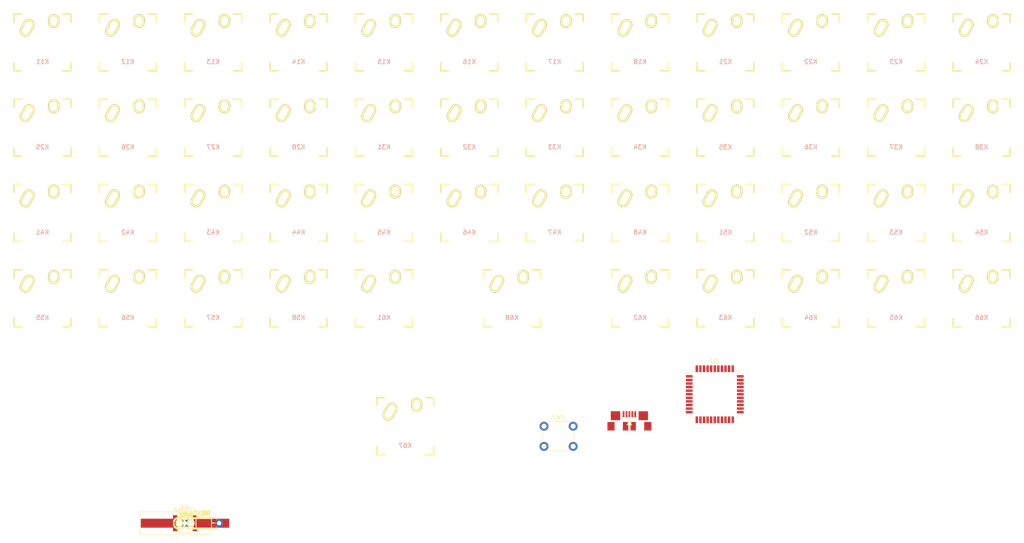
<source format=kicad_pcb>
(kicad_pcb (version 4) (host pcbnew 4.0.7)
  (layers (0 F.Cu signal) (31 B.Cu signal) (34 B.Paste user) (35 F.Paste user) (36 B.SilkS user) (37 F.SilkS user) (38 B.Mask user) (39 F.Mask user) (44 Edge.Cuts user))
  (net 0 "")
  (net 1 "Net-(C1-Pad1)")
  (net 2 "Net-(C1-Pad2)")
  (net 3 "Net-(C2-Pad1)")
  (net 4 VCC)
  (net 5 GND)
  (net 6 "Net-(C8-Pad2)")
  (net 7 /Line1)
  (net 8 "Net-(D11-Pad2)")
  (net 9 "Net-(D12-Pad2)")
  (net 10 "Net-(D13-Pad2)")
  (net 11 "Net-(D14-Pad2)")
  (net 12 "Net-(D15-Pad2)")
  (net 13 "Net-(D16-Pad2)")
  (net 14 "Net-(D17-Pad2)")
  (net 15 "Net-(D18-Pad2)")
  (net 16 /Line2)
  (net 17 "Net-(D21-Pad2)")
  (net 18 "Net-(D22-Pad2)")
  (net 19 "Net-(D23-Pad2)")
  (net 20 "Net-(D24-Pad2)")
  (net 21 "Net-(D25-Pad2)")
  (net 22 "Net-(D26-Pad2)")
  (net 23 "Net-(D27-Pad2)")
  (net 24 "Net-(D28-Pad2)")
  (net 25 /Line3)
  (net 26 "Net-(D31-Pad2)")
  (net 27 "Net-(D32-Pad2)")
  (net 28 "Net-(D33-Pad2)")
  (net 29 "Net-(D34-Pad2)")
  (net 30 "Net-(D35-Pad2)")
  (net 31 "Net-(D36-Pad2)")
  (net 32 "Net-(D37-Pad2)")
  (net 33 "Net-(D38-Pad2)")
  (net 34 /Line4)
  (net 35 "Net-(D41-Pad2)")
  (net 36 "Net-(D42-Pad2)")
  (net 37 "Net-(D43-Pad2)")
  (net 38 "Net-(D44-Pad2)")
  (net 39 "Net-(D45-Pad2)")
  (net 40 "Net-(D46-Pad2)")
  (net 41 "Net-(D47-Pad2)")
  (net 42 "Net-(D48-Pad2)")
  (net 43 /Line5)
  (net 44 "Net-(D51-Pad2)")
  (net 45 "Net-(D52-Pad2)")
  (net 46 "Net-(D53-Pad2)")
  (net 47 "Net-(D54-Pad2)")
  (net 48 "Net-(D55-Pad2)")
  (net 49 "Net-(D56-Pad2)")
  (net 50 "Net-(D57-Pad2)")
  (net 51 "Net-(D58-Pad2)")
  (net 52 /Line6)
  (net 53 "Net-(D61-Pad2)")
  (net 54 "Net-(D62-Pad2)")
  (net 55 "Net-(D63-Pad2)")
  (net 56 "Net-(D64-Pad2)")
  (net 57 "Net-(D65-Pad2)")
  (net 58 "Net-(D66-Pad2)")
  (net 59 "Net-(D67-Pad2)")
  (net 60 "Net-(D68-Pad2)")
  (net 61 "Net-(J1-Pad2)")
  (net 62 "Net-(J1-Pad3)")
  (net 63 "Net-(J1-Pad4)")
  (net 64 /Col1)
  (net 65 /Col2)
  (net 66 /Col3)
  (net 67 /Col4)
  (net 68 /Col5)
  (net 69 /Col6)
  (net 70 /Col7)
  (net 71 /Col8)
  (net 72 "Net-(LE63-Pad2)")
  (net 73 "Net-(LED11-Pad2)")
  (net 74 "Net-(LED12-Pad2)")
  (net 75 "Net-(LED13-Pad2)")
  (net 76 "Net-(LED14-Pad2)")
  (net 77 "Net-(LED15-Pad2)")
  (net 78 "Net-(LED16-Pad2)")
  (net 79 "Net-(LED17-Pad2)")
  (net 80 "Net-(LED18-Pad2)")
  (net 81 "Net-(LED21-Pad2)")
  (net 82 "Net-(LED22-Pad2)")
  (net 83 "Net-(LED23-Pad2)")
  (net 84 "Net-(LED24-Pad2)")
  (net 85 "Net-(LED25-Pad2)")
  (net 86 "Net-(LED26-Pad2)")
  (net 87 "Net-(LED27-Pad2)")
  (net 88 "Net-(LED28-Pad2)")
  (net 89 "Net-(LED31-Pad2)")
  (net 90 "Net-(LED32-Pad2)")
  (net 91 "Net-(LED33-Pad2)")
  (net 92 "Net-(LED34-Pad2)")
  (net 93 "Net-(LED35-Pad2)")
  (net 94 "Net-(LED36-Pad2)")
  (net 95 "Net-(LED37-Pad2)")
  (net 96 "Net-(LED38-Pad2)")
  (net 97 "Net-(LED41-Pad2)")
  (net 98 "Net-(LED42-Pad2)")
  (net 99 "Net-(LED43-Pad2)")
  (net 100 "Net-(LED44-Pad2)")
  (net 101 "Net-(LED45-Pad2)")
  (net 102 "Net-(LED46-Pad2)")
  (net 103 "Net-(LED47-Pad2)")
  (net 104 "Net-(LED48-Pad2)")
  (net 105 "Net-(LED51-Pad2)")
  (net 106 "Net-(LED52-Pad2)")
  (net 107 "Net-(LED53-Pad2)")
  (net 108 "Net-(LED54-Pad2)")
  (net 109 "Net-(LED55-Pad2)")
  (net 110 "Net-(LED56-Pad2)")
  (net 111 "Net-(LED57-Pad2)")
  (net 112 "Net-(LED58-Pad2)")
  (net 113 "Net-(LED61-Pad2)")
  (net 114 "Net-(LED62-Pad2)")
  (net 115 "Net-(LED64-Pad2)")
  (net 116 "Net-(LED65-Pad2)")
  (net 117 "Net-(LED66-Pad2)")
  (net 118 "Net-(LED67-Pad2)")
  (net 119 "Net-(LED68-Pad2)")
  (net 120 /MOSLEDs)
  (net 121 /BL_TOGG)
  (net 122 "Net-(R1-Pad1)")
  (net 123 "Net-(R2-Pad2)")
  (net 124 "Net-(R3-Pad1)")
  (net 125 "Net-(R4-Pad1)")
  (net 126 "Net-(U1-Pad1)")
  (net 127 "Net-(U1-Pad7)")
  (net 128 "Net-(U1-Pad8)")
  (net 129 "Net-(U1-Pad9)")
  (net 130 "Net-(U1-Pad11)")
  (net 131 "Net-(U1-Pad12)")
  (net 132 "Net-(U1-Pad18)")
  (net 133 "Net-(U1-Pad19)")
  (net 134 "Net-(U1-Pad20)")
  (net 135 "Net-(U1-Pad21)")
  (net 136 "Net-(U1-Pad22)")
  (net 137 "Net-(U1-Pad42)")
  (module Capacitors_SMD:C_0805_HandSoldering (layer F.Cu) (at 91.3511 159.77235)
    (fp_text reference C1 (at 0 -1.75) (layer F.SilkS))
    (fp_text value 22pF)
    (pad 1 smd rect (at -1.25 0) (size 1.5 1.25) (layers F.Cu F.Paste F.Mask) (net 1 "Net-(C1-Pad1)"))
    (pad 2 smd rect (at 1.25 0) (size 1.5 1.25) (layers F.Cu F.Paste F.Mask) (net 2 "Net-(C1-Pad2)"))
  )
  (module Capacitors_SMD:C_0805_HandSoldering (layer F.Cu) (at 91.3511 159.77235)
    (fp_text reference C2 (at 0 -1.75) (layer F.SilkS))
    (fp_text value 22pF)
    (pad 1 smd rect (at -1.25 0) (size 1.5 1.25) (layers F.Cu F.Paste F.Mask) (net 3 "Net-(C2-Pad1)"))
    (pad 2 smd rect (at 1.25 0) (size 1.5 1.25) (layers F.Cu F.Paste F.Mask) (net 2 "Net-(C1-Pad2)"))
  )
  (module Capacitors_SMD:C_0805_HandSoldering (layer F.Cu) (at 91.3511 159.77235)
    (fp_text reference C3 (at 0 -1.75) (layer F.SilkS))
    (fp_text value 0.1uF)
    (pad 1 smd rect (at -1.25 0) (size 1.5 1.25) (layers F.Cu F.Paste F.Mask) (net 4 VCC))
    (pad 2 smd rect (at 1.25 0) (size 1.5 1.25) (layers F.Cu F.Paste F.Mask) (net 5 GND))
  )
  (module Capacitors_SMD:C_0805_HandSoldering (layer F.Cu) (at 91.3511 159.77235)
    (fp_text reference C4 (at 0 -1.75) (layer F.SilkS))
    (fp_text value 0.1uF)
    (pad 1 smd rect (at -1.25 0) (size 1.5 1.25) (layers F.Cu F.Paste F.Mask) (net 4 VCC))
    (pad 2 smd rect (at 1.25 0) (size 1.5 1.25) (layers F.Cu F.Paste F.Mask) (net 5 GND))
  )
  (module Capacitors_SMD:C_0805_HandSoldering (layer F.Cu) (at 91.3511 159.77235)
    (fp_text reference C5 (at 0 -1.75) (layer F.SilkS))
    (fp_text value 0.1uF)
    (pad 1 smd rect (at -1.25 0) (size 1.5 1.25) (layers F.Cu F.Paste F.Mask) (net 4 VCC))
    (pad 2 smd rect (at 1.25 0) (size 1.5 1.25) (layers F.Cu F.Paste F.Mask) (net 5 GND))
  )
  (module Capacitors_SMD:C_1206_HandSoldering (layer F.Cu) (at 91.3511 159.77235)
    (fp_text reference C6 (at 0 -1.75) (layer F.SilkS))
    (fp_text value 4.7uF)
    (pad 1 smd rect (at -2 0) (size 2 1.6) (layers F.Cu F.Paste F.Mask) (net 4 VCC))
    (pad 2 smd rect (at 2 0) (size 2 1.6) (layers F.Cu F.Paste F.Mask) (net 5 GND))
  )
  (module Capacitors_SMD:C_1206_HandSoldering (layer F.Cu) (at 91.3511 159.77235)
    (fp_text reference C8 (at 0 -1.75) (layer F.SilkS))
    (fp_text value 1uF)
    (pad 1 smd rect (at -2 0) (size 2 1.6) (layers F.Cu F.Paste F.Mask) (net 5 GND))
    (pad 2 smd rect (at 2 0) (size 2 1.6) (layers F.Cu F.Paste F.Mask) (net 6 "Net-(C8-Pad2)"))
  )
  (module Diodes_THT:D_DO-35_SOD27_P7.62mm_Horizontal (layer F.Cu) (at 91.3511 159.77235)
    (fp_text reference D11 (at 3.81 -2.06) (layer F.SilkS))
    (fp_text value 1N4148)
    (pad 1 thru_hole rect (at 0 0) (size 1.6 1.6) (drill 0.8) (layers *.Cu *.Mask) (net 7 /Line1))
    (pad 2 thru_hole oval (at 7.62 0) (size 1.6 1.6) (drill 0.8) (layers *.Cu *.Mask) (net 8 "Net-(D11-Pad2)"))
  )
  (module Diodes_THT:D_DO-35_SOD27_P7.62mm_Horizontal (layer F.Cu) (at 91.3511 159.77235)
    (fp_text reference D12 (at 3.81 -2.06) (layer F.SilkS))
    (fp_text value 1N4148)
    (pad 1 thru_hole rect (at 0 0) (size 1.6 1.6) (drill 0.8) (layers *.Cu *.Mask) (net 7 /Line1))
    (pad 2 thru_hole oval (at 7.62 0) (size 1.6 1.6) (drill 0.8) (layers *.Cu *.Mask) (net 9 "Net-(D12-Pad2)"))
  )
  (module Diodes_THT:D_DO-35_SOD27_P7.62mm_Horizontal (layer F.Cu) (at 91.3511 159.77235)
    (fp_text reference D13 (at 3.81 -2.06) (layer F.SilkS))
    (fp_text value 1N4148)
    (pad 1 thru_hole rect (at 0 0) (size 1.6 1.6) (drill 0.8) (layers *.Cu *.Mask) (net 7 /Line1))
    (pad 2 thru_hole oval (at 7.62 0) (size 1.6 1.6) (drill 0.8) (layers *.Cu *.Mask) (net 10 "Net-(D13-Pad2)"))
  )
  (module Diodes_THT:D_DO-35_SOD27_P7.62mm_Horizontal (layer F.Cu) (at 91.3511 159.77235)
    (fp_text reference D14 (at 3.81 -2.06) (layer F.SilkS))
    (fp_text value 1N4148)
    (pad 1 thru_hole rect (at 0 0) (size 1.6 1.6) (drill 0.8) (layers *.Cu *.Mask) (net 7 /Line1))
    (pad 2 thru_hole oval (at 7.62 0) (size 1.6 1.6) (drill 0.8) (layers *.Cu *.Mask) (net 11 "Net-(D14-Pad2)"))
  )
  (module Diodes_THT:D_DO-35_SOD27_P7.62mm_Horizontal (layer F.Cu) (at 91.3511 159.77235)
    (fp_text reference D15 (at 3.81 -2.06) (layer F.SilkS))
    (fp_text value 1N4148)
    (pad 1 thru_hole rect (at 0 0) (size 1.6 1.6) (drill 0.8) (layers *.Cu *.Mask) (net 7 /Line1))
    (pad 2 thru_hole oval (at 7.62 0) (size 1.6 1.6) (drill 0.8) (layers *.Cu *.Mask) (net 12 "Net-(D15-Pad2)"))
  )
  (module Diodes_THT:D_DO-35_SOD27_P7.62mm_Horizontal (layer F.Cu) (at 91.3511 159.77235)
    (fp_text reference D16 (at 3.81 -2.06) (layer F.SilkS))
    (fp_text value 1N4148)
    (pad 1 thru_hole rect (at 0 0) (size 1.6 1.6) (drill 0.8) (layers *.Cu *.Mask) (net 7 /Line1))
    (pad 2 thru_hole oval (at 7.62 0) (size 1.6 1.6) (drill 0.8) (layers *.Cu *.Mask) (net 13 "Net-(D16-Pad2)"))
  )
  (module Diodes_THT:D_DO-35_SOD27_P7.62mm_Horizontal (layer F.Cu) (at 91.3511 159.77235)
    (fp_text reference D17 (at 3.81 -2.06) (layer F.SilkS))
    (fp_text value 1N4148)
    (pad 1 thru_hole rect (at 0 0) (size 1.6 1.6) (drill 0.8) (layers *.Cu *.Mask) (net 7 /Line1))
    (pad 2 thru_hole oval (at 7.62 0) (size 1.6 1.6) (drill 0.8) (layers *.Cu *.Mask) (net 14 "Net-(D17-Pad2)"))
  )
  (module Diodes_THT:D_DO-35_SOD27_P7.62mm_Horizontal (layer F.Cu) (at 91.3511 159.77235)
    (fp_text reference D18 (at 3.81 -2.06) (layer F.SilkS))
    (fp_text value 1N4148)
    (pad 1 thru_hole rect (at 0 0) (size 1.6 1.6) (drill 0.8) (layers *.Cu *.Mask) (net 7 /Line1))
    (pad 2 thru_hole oval (at 7.62 0) (size 1.6 1.6) (drill 0.8) (layers *.Cu *.Mask) (net 15 "Net-(D18-Pad2)"))
  )
  (module Diodes_THT:D_DO-35_SOD27_P7.62mm_Horizontal (layer F.Cu) (at 91.3511 159.77235)
    (fp_text reference D21 (at 3.81 -2.06) (layer F.SilkS))
    (fp_text value 1N4148)
    (pad 1 thru_hole rect (at 0 0) (size 1.6 1.6) (drill 0.8) (layers *.Cu *.Mask) (net 16 /Line2))
    (pad 2 thru_hole oval (at 7.62 0) (size 1.6 1.6) (drill 0.8) (layers *.Cu *.Mask) (net 17 "Net-(D21-Pad2)"))
  )
  (module Diodes_THT:D_DO-35_SOD27_P7.62mm_Horizontal (layer F.Cu) (at 91.3511 159.77235)
    (fp_text reference D22 (at 3.81 -2.06) (layer F.SilkS))
    (fp_text value 1N4148)
    (pad 1 thru_hole rect (at 0 0) (size 1.6 1.6) (drill 0.8) (layers *.Cu *.Mask) (net 16 /Line2))
    (pad 2 thru_hole oval (at 7.62 0) (size 1.6 1.6) (drill 0.8) (layers *.Cu *.Mask) (net 18 "Net-(D22-Pad2)"))
  )
  (module Diodes_THT:D_DO-35_SOD27_P7.62mm_Horizontal (layer F.Cu) (at 91.3511 159.77235)
    (fp_text reference D23 (at 3.81 -2.06) (layer F.SilkS))
    (fp_text value 1N4148)
    (pad 1 thru_hole rect (at 0 0) (size 1.6 1.6) (drill 0.8) (layers *.Cu *.Mask) (net 16 /Line2))
    (pad 2 thru_hole oval (at 7.62 0) (size 1.6 1.6) (drill 0.8) (layers *.Cu *.Mask) (net 19 "Net-(D23-Pad2)"))
  )
  (module Diodes_THT:D_DO-35_SOD27_P7.62mm_Horizontal (layer F.Cu) (at 91.3511 159.77235)
    (fp_text reference D24 (at 3.81 -2.06) (layer F.SilkS))
    (fp_text value 1N4148)
    (pad 1 thru_hole rect (at 0 0) (size 1.6 1.6) (drill 0.8) (layers *.Cu *.Mask) (net 16 /Line2))
    (pad 2 thru_hole oval (at 7.62 0) (size 1.6 1.6) (drill 0.8) (layers *.Cu *.Mask) (net 20 "Net-(D24-Pad2)"))
  )
  (module Diodes_THT:D_DO-35_SOD27_P7.62mm_Horizontal (layer F.Cu) (at 91.3511 159.77235)
    (fp_text reference D25 (at 3.81 -2.06) (layer F.SilkS))
    (fp_text value 1N4148)
    (pad 1 thru_hole rect (at 0 0) (size 1.6 1.6) (drill 0.8) (layers *.Cu *.Mask) (net 16 /Line2))
    (pad 2 thru_hole oval (at 7.62 0) (size 1.6 1.6) (drill 0.8) (layers *.Cu *.Mask) (net 21 "Net-(D25-Pad2)"))
  )
  (module Diodes_THT:D_DO-35_SOD27_P7.62mm_Horizontal (layer F.Cu) (at 91.3511 159.77235)
    (fp_text reference D26 (at 3.81 -2.06) (layer F.SilkS))
    (fp_text value 1N4148)
    (pad 1 thru_hole rect (at 0 0) (size 1.6 1.6) (drill 0.8) (layers *.Cu *.Mask) (net 16 /Line2))
    (pad 2 thru_hole oval (at 7.62 0) (size 1.6 1.6) (drill 0.8) (layers *.Cu *.Mask) (net 22 "Net-(D26-Pad2)"))
  )
  (module Diodes_THT:D_DO-35_SOD27_P7.62mm_Horizontal (layer F.Cu) (at 91.3511 159.77235)
    (fp_text reference D27 (at 3.81 -2.06) (layer F.SilkS))
    (fp_text value 1N4148)
    (pad 1 thru_hole rect (at 0 0) (size 1.6 1.6) (drill 0.8) (layers *.Cu *.Mask) (net 16 /Line2))
    (pad 2 thru_hole oval (at 7.62 0) (size 1.6 1.6) (drill 0.8) (layers *.Cu *.Mask) (net 23 "Net-(D27-Pad2)"))
  )
  (module Diodes_THT:D_DO-35_SOD27_P7.62mm_Horizontal (layer F.Cu) (at 91.3511 159.77235)
    (fp_text reference D28 (at 3.81 -2.06) (layer F.SilkS))
    (fp_text value 1N4148)
    (pad 1 thru_hole rect (at 0 0) (size 1.6 1.6) (drill 0.8) (layers *.Cu *.Mask) (net 16 /Line2))
    (pad 2 thru_hole oval (at 7.62 0) (size 1.6 1.6) (drill 0.8) (layers *.Cu *.Mask) (net 24 "Net-(D28-Pad2)"))
  )
  (module Diodes_THT:D_DO-35_SOD27_P7.62mm_Horizontal (layer F.Cu) (at 91.3511 159.77235)
    (fp_text reference D31 (at 3.81 -2.06) (layer F.SilkS))
    (fp_text value 1N4148)
    (pad 1 thru_hole rect (at 0 0) (size 1.6 1.6) (drill 0.8) (layers *.Cu *.Mask) (net 25 /Line3))
    (pad 2 thru_hole oval (at 7.62 0) (size 1.6 1.6) (drill 0.8) (layers *.Cu *.Mask) (net 26 "Net-(D31-Pad2)"))
  )
  (module Diodes_THT:D_DO-35_SOD27_P7.62mm_Horizontal (layer F.Cu) (at 91.3511 159.77235)
    (fp_text reference D32 (at 3.81 -2.06) (layer F.SilkS))
    (fp_text value 1N4148)
    (pad 1 thru_hole rect (at 0 0) (size 1.6 1.6) (drill 0.8) (layers *.Cu *.Mask) (net 25 /Line3))
    (pad 2 thru_hole oval (at 7.62 0) (size 1.6 1.6) (drill 0.8) (layers *.Cu *.Mask) (net 27 "Net-(D32-Pad2)"))
  )
  (module Diodes_THT:D_DO-35_SOD27_P7.62mm_Horizontal (layer F.Cu) (at 91.3511 159.77235)
    (fp_text reference D33 (at 3.81 -2.06) (layer F.SilkS))
    (fp_text value 1N4148)
    (pad 1 thru_hole rect (at 0 0) (size 1.6 1.6) (drill 0.8) (layers *.Cu *.Mask) (net 25 /Line3))
    (pad 2 thru_hole oval (at 7.62 0) (size 1.6 1.6) (drill 0.8) (layers *.Cu *.Mask) (net 28 "Net-(D33-Pad2)"))
  )
  (module Diodes_THT:D_DO-35_SOD27_P7.62mm_Horizontal (layer F.Cu) (at 91.3511 159.77235)
    (fp_text reference D34 (at 3.81 -2.06) (layer F.SilkS))
    (fp_text value 1N4148)
    (pad 1 thru_hole rect (at 0 0) (size 1.6 1.6) (drill 0.8) (layers *.Cu *.Mask) (net 25 /Line3))
    (pad 2 thru_hole oval (at 7.62 0) (size 1.6 1.6) (drill 0.8) (layers *.Cu *.Mask) (net 29 "Net-(D34-Pad2)"))
  )
  (module Diodes_THT:D_DO-35_SOD27_P7.62mm_Horizontal (layer F.Cu) (at 91.3511 159.77235)
    (fp_text reference D35 (at 3.81 -2.06) (layer F.SilkS))
    (fp_text value 1N4148)
    (pad 1 thru_hole rect (at 0 0) (size 1.6 1.6) (drill 0.8) (layers *.Cu *.Mask) (net 25 /Line3))
    (pad 2 thru_hole oval (at 7.62 0) (size 1.6 1.6) (drill 0.8) (layers *.Cu *.Mask) (net 30 "Net-(D35-Pad2)"))
  )
  (module Diodes_THT:D_DO-35_SOD27_P7.62mm_Horizontal (layer F.Cu) (at 91.3511 159.77235)
    (fp_text reference D36 (at 3.81 -2.06) (layer F.SilkS))
    (fp_text value 1N4148)
    (pad 1 thru_hole rect (at 0 0) (size 1.6 1.6) (drill 0.8) (layers *.Cu *.Mask) (net 25 /Line3))
    (pad 2 thru_hole oval (at 7.62 0) (size 1.6 1.6) (drill 0.8) (layers *.Cu *.Mask) (net 31 "Net-(D36-Pad2)"))
  )
  (module Diodes_THT:D_DO-35_SOD27_P7.62mm_Horizontal (layer F.Cu) (at 91.3511 159.77235)
    (fp_text reference D37 (at 3.81 -2.06) (layer F.SilkS))
    (fp_text value 1N4148)
    (pad 1 thru_hole rect (at 0 0) (size 1.6 1.6) (drill 0.8) (layers *.Cu *.Mask) (net 25 /Line3))
    (pad 2 thru_hole oval (at 7.62 0) (size 1.6 1.6) (drill 0.8) (layers *.Cu *.Mask) (net 32 "Net-(D37-Pad2)"))
  )
  (module Diodes_THT:D_DO-35_SOD27_P7.62mm_Horizontal (layer F.Cu) (at 91.3511 159.77235)
    (fp_text reference D38 (at 3.81 -2.06) (layer F.SilkS))
    (fp_text value 1N4148)
    (pad 1 thru_hole rect (at 0 0) (size 1.6 1.6) (drill 0.8) (layers *.Cu *.Mask) (net 25 /Line3))
    (pad 2 thru_hole oval (at 7.62 0) (size 1.6 1.6) (drill 0.8) (layers *.Cu *.Mask) (net 33 "Net-(D38-Pad2)"))
  )
  (module Diodes_THT:D_DO-35_SOD27_P7.62mm_Horizontal (layer F.Cu) (at 91.3511 159.77235)
    (fp_text reference D41 (at 3.81 -2.06) (layer F.SilkS))
    (fp_text value 1N4148)
    (pad 1 thru_hole rect (at 0 0) (size 1.6 1.6) (drill 0.8) (layers *.Cu *.Mask) (net 34 /Line4))
    (pad 2 thru_hole oval (at 7.62 0) (size 1.6 1.6) (drill 0.8) (layers *.Cu *.Mask) (net 35 "Net-(D41-Pad2)"))
  )
  (module Diodes_THT:D_DO-35_SOD27_P7.62mm_Horizontal (layer F.Cu) (at 91.3511 159.77235)
    (fp_text reference D42 (at 3.81 -2.06) (layer F.SilkS))
    (fp_text value 1N4148)
    (pad 1 thru_hole rect (at 0 0) (size 1.6 1.6) (drill 0.8) (layers *.Cu *.Mask) (net 34 /Line4))
    (pad 2 thru_hole oval (at 7.62 0) (size 1.6 1.6) (drill 0.8) (layers *.Cu *.Mask) (net 36 "Net-(D42-Pad2)"))
  )
  (module Diodes_THT:D_DO-35_SOD27_P7.62mm_Horizontal (layer F.Cu) (at 91.3511 159.77235)
    (fp_text reference D43 (at 3.81 -2.06) (layer F.SilkS))
    (fp_text value 1N4148)
    (pad 1 thru_hole rect (at 0 0) (size 1.6 1.6) (drill 0.8) (layers *.Cu *.Mask) (net 34 /Line4))
    (pad 2 thru_hole oval (at 7.62 0) (size 1.6 1.6) (drill 0.8) (layers *.Cu *.Mask) (net 37 "Net-(D43-Pad2)"))
  )
  (module Diodes_THT:D_DO-35_SOD27_P7.62mm_Horizontal (layer F.Cu) (at 91.3511 159.77235)
    (fp_text reference D44 (at 3.81 -2.06) (layer F.SilkS))
    (fp_text value 1N4148)
    (pad 1 thru_hole rect (at 0 0) (size 1.6 1.6) (drill 0.8) (layers *.Cu *.Mask) (net 34 /Line4))
    (pad 2 thru_hole oval (at 7.62 0) (size 1.6 1.6) (drill 0.8) (layers *.Cu *.Mask) (net 38 "Net-(D44-Pad2)"))
  )
  (module Diodes_THT:D_DO-35_SOD27_P7.62mm_Horizontal (layer F.Cu) (at 91.3511 159.77235)
    (fp_text reference D45 (at 3.81 -2.06) (layer F.SilkS))
    (fp_text value 1N4148)
    (pad 1 thru_hole rect (at 0 0) (size 1.6 1.6) (drill 0.8) (layers *.Cu *.Mask) (net 34 /Line4))
    (pad 2 thru_hole oval (at 7.62 0) (size 1.6 1.6) (drill 0.8) (layers *.Cu *.Mask) (net 39 "Net-(D45-Pad2)"))
  )
  (module Diodes_THT:D_DO-35_SOD27_P7.62mm_Horizontal (layer F.Cu) (at 91.3511 159.77235)
    (fp_text reference D46 (at 3.81 -2.06) (layer F.SilkS))
    (fp_text value 1N4148)
    (pad 1 thru_hole rect (at 0 0) (size 1.6 1.6) (drill 0.8) (layers *.Cu *.Mask) (net 34 /Line4))
    (pad 2 thru_hole oval (at 7.62 0) (size 1.6 1.6) (drill 0.8) (layers *.Cu *.Mask) (net 40 "Net-(D46-Pad2)"))
  )
  (module Diodes_THT:D_DO-35_SOD27_P7.62mm_Horizontal (layer F.Cu) (at 91.3511 159.77235)
    (fp_text reference D47 (at 3.81 -2.06) (layer F.SilkS))
    (fp_text value 1N4148)
    (pad 1 thru_hole rect (at 0 0) (size 1.6 1.6) (drill 0.8) (layers *.Cu *.Mask) (net 34 /Line4))
    (pad 2 thru_hole oval (at 7.62 0) (size 1.6 1.6) (drill 0.8) (layers *.Cu *.Mask) (net 41 "Net-(D47-Pad2)"))
  )
  (module Diodes_THT:D_DO-35_SOD27_P7.62mm_Horizontal (layer F.Cu) (at 91.3511 159.77235)
    (fp_text reference D48 (at 3.81 -2.06) (layer F.SilkS))
    (fp_text value 1N4148)
    (pad 1 thru_hole rect (at 0 0) (size 1.6 1.6) (drill 0.8) (layers *.Cu *.Mask) (net 34 /Line4))
    (pad 2 thru_hole oval (at 7.62 0) (size 1.6 1.6) (drill 0.8) (layers *.Cu *.Mask) (net 42 "Net-(D48-Pad2)"))
  )
  (module Diodes_THT:D_DO-35_SOD27_P7.62mm_Horizontal (layer F.Cu) (at 91.3511 159.77235)
    (fp_text reference D51 (at 3.81 -2.06) (layer F.SilkS))
    (fp_text value 1N4148)
    (pad 1 thru_hole rect (at 0 0) (size 1.6 1.6) (drill 0.8) (layers *.Cu *.Mask) (net 43 /Line5))
    (pad 2 thru_hole oval (at 7.62 0) (size 1.6 1.6) (drill 0.8) (layers *.Cu *.Mask) (net 44 "Net-(D51-Pad2)"))
  )
  (module Diodes_THT:D_DO-35_SOD27_P7.62mm_Horizontal (layer F.Cu) (at 91.3511 159.77235)
    (fp_text reference D52 (at 3.81 -2.06) (layer F.SilkS))
    (fp_text value 1N4148)
    (pad 1 thru_hole rect (at 0 0) (size 1.6 1.6) (drill 0.8) (layers *.Cu *.Mask) (net 43 /Line5))
    (pad 2 thru_hole oval (at 7.62 0) (size 1.6 1.6) (drill 0.8) (layers *.Cu *.Mask) (net 45 "Net-(D52-Pad2)"))
  )
  (module Diodes_THT:D_DO-35_SOD27_P7.62mm_Horizontal (layer F.Cu) (at 91.3511 159.77235)
    (fp_text reference D53 (at 3.81 -2.06) (layer F.SilkS))
    (fp_text value 1N4148)
    (pad 1 thru_hole rect (at 0 0) (size 1.6 1.6) (drill 0.8) (layers *.Cu *.Mask) (net 43 /Line5))
    (pad 2 thru_hole oval (at 7.62 0) (size 1.6 1.6) (drill 0.8) (layers *.Cu *.Mask) (net 46 "Net-(D53-Pad2)"))
  )
  (module Diodes_THT:D_DO-35_SOD27_P7.62mm_Horizontal (layer F.Cu) (at 91.3511 159.77235)
    (fp_text reference D54 (at 3.81 -2.06) (layer F.SilkS))
    (fp_text value 1N4148)
    (pad 1 thru_hole rect (at 0 0) (size 1.6 1.6) (drill 0.8) (layers *.Cu *.Mask) (net 43 /Line5))
    (pad 2 thru_hole oval (at 7.62 0) (size 1.6 1.6) (drill 0.8) (layers *.Cu *.Mask) (net 47 "Net-(D54-Pad2)"))
  )
  (module Diodes_THT:D_DO-35_SOD27_P7.62mm_Horizontal (layer F.Cu) (at 91.3511 159.77235)
    (fp_text reference D55 (at 3.81 -2.06) (layer F.SilkS))
    (fp_text value 1N4148)
    (pad 1 thru_hole rect (at 0 0) (size 1.6 1.6) (drill 0.8) (layers *.Cu *.Mask) (net 43 /Line5))
    (pad 2 thru_hole oval (at 7.62 0) (size 1.6 1.6) (drill 0.8) (layers *.Cu *.Mask) (net 48 "Net-(D55-Pad2)"))
  )
  (module Diodes_THT:D_DO-35_SOD27_P7.62mm_Horizontal (layer F.Cu) (at 91.3511 159.77235)
    (fp_text reference D56 (at 3.81 -2.06) (layer F.SilkS))
    (fp_text value 1N4148)
    (pad 1 thru_hole rect (at 0 0) (size 1.6 1.6) (drill 0.8) (layers *.Cu *.Mask) (net 43 /Line5))
    (pad 2 thru_hole oval (at 7.62 0) (size 1.6 1.6) (drill 0.8) (layers *.Cu *.Mask) (net 49 "Net-(D56-Pad2)"))
  )
  (module Diodes_THT:D_DO-35_SOD27_P7.62mm_Horizontal (layer F.Cu) (at 91.3511 159.77235)
    (fp_text reference D57 (at 3.81 -2.06) (layer F.SilkS))
    (fp_text value 1N4148)
    (pad 1 thru_hole rect (at 0 0) (size 1.6 1.6) (drill 0.8) (layers *.Cu *.Mask) (net 43 /Line5))
    (pad 2 thru_hole oval (at 7.62 0) (size 1.6 1.6) (drill 0.8) (layers *.Cu *.Mask) (net 50 "Net-(D57-Pad2)"))
  )
  (module Diodes_THT:D_DO-35_SOD27_P7.62mm_Horizontal (layer F.Cu) (at 91.3511 159.77235)
    (fp_text reference D58 (at 3.81 -2.06) (layer F.SilkS))
    (fp_text value 1N4148)
    (pad 1 thru_hole rect (at 0 0) (size 1.6 1.6) (drill 0.8) (layers *.Cu *.Mask) (net 43 /Line5))
    (pad 2 thru_hole oval (at 7.62 0) (size 1.6 1.6) (drill 0.8) (layers *.Cu *.Mask) (net 51 "Net-(D58-Pad2)"))
  )
  (module Diodes_THT:D_DO-35_SOD27_P7.62mm_Horizontal (layer F.Cu) (at 91.3511 159.77235)
    (fp_text reference D61 (at 3.81 -2.06) (layer F.SilkS))
    (fp_text value 1N4148)
    (pad 1 thru_hole rect (at 0 0) (size 1.6 1.6) (drill 0.8) (layers *.Cu *.Mask) (net 52 /Line6))
    (pad 2 thru_hole oval (at 7.62 0) (size 1.6 1.6) (drill 0.8) (layers *.Cu *.Mask) (net 53 "Net-(D61-Pad2)"))
  )
  (module Diodes_THT:D_DO-35_SOD27_P7.62mm_Horizontal (layer F.Cu) (at 91.3511 159.77235)
    (fp_text reference D62 (at 3.81 -2.06) (layer F.SilkS))
    (fp_text value 1N4148)
    (pad 1 thru_hole rect (at 0 0) (size 1.6 1.6) (drill 0.8) (layers *.Cu *.Mask) (net 52 /Line6))
    (pad 2 thru_hole oval (at 7.62 0) (size 1.6 1.6) (drill 0.8) (layers *.Cu *.Mask) (net 54 "Net-(D62-Pad2)"))
  )
  (module Diodes_THT:D_DO-35_SOD27_P7.62mm_Horizontal (layer F.Cu) (at 91.3511 159.77235)
    (fp_text reference D63 (at 3.81 -2.06) (layer F.SilkS))
    (fp_text value 1N4148)
    (pad 1 thru_hole rect (at 0 0) (size 1.6 1.6) (drill 0.8) (layers *.Cu *.Mask) (net 52 /Line6))
    (pad 2 thru_hole oval (at 7.62 0) (size 1.6 1.6) (drill 0.8) (layers *.Cu *.Mask) (net 55 "Net-(D63-Pad2)"))
  )
  (module Diodes_THT:D_DO-35_SOD27_P7.62mm_Horizontal (layer F.Cu) (at 91.3511 159.77235)
    (fp_text reference D64 (at 3.81 -2.06) (layer F.SilkS))
    (fp_text value 1N4148)
    (pad 1 thru_hole rect (at 0 0) (size 1.6 1.6) (drill 0.8) (layers *.Cu *.Mask) (net 52 /Line6))
    (pad 2 thru_hole oval (at 7.62 0) (size 1.6 1.6) (drill 0.8) (layers *.Cu *.Mask) (net 56 "Net-(D64-Pad2)"))
  )
  (module Diodes_THT:D_DO-35_SOD27_P7.62mm_Horizontal (layer F.Cu) (at 91.3511 159.77235)
    (fp_text reference D65 (at 3.81 -2.06) (layer F.SilkS))
    (fp_text value 1N4148)
    (pad 1 thru_hole rect (at 0 0) (size 1.6 1.6) (drill 0.8) (layers *.Cu *.Mask) (net 52 /Line6))
    (pad 2 thru_hole oval (at 7.62 0) (size 1.6 1.6) (drill 0.8) (layers *.Cu *.Mask) (net 57 "Net-(D65-Pad2)"))
  )
  (module Diodes_THT:D_DO-35_SOD27_P7.62mm_Horizontal (layer F.Cu) (at 91.3511 159.77235)
    (fp_text reference D66 (at 3.81 -2.06) (layer F.SilkS))
    (fp_text value 1N4148)
    (pad 1 thru_hole rect (at 0 0) (size 1.6 1.6) (drill 0.8) (layers *.Cu *.Mask) (net 52 /Line6))
    (pad 2 thru_hole oval (at 7.62 0) (size 1.6 1.6) (drill 0.8) (layers *.Cu *.Mask) (net 58 "Net-(D66-Pad2)"))
  )
  (module Diodes_THT:D_DO-35_SOD27_P7.62mm_Horizontal (layer F.Cu) (at 91.3511 159.77235)
    (fp_text reference D67 (at 3.81 -2.06) (layer F.SilkS))
    (fp_text value 1N4148)
    (pad 1 thru_hole rect (at 0 0) (size 1.6 1.6) (drill 0.8) (layers *.Cu *.Mask) (net 52 /Line6))
    (pad 2 thru_hole oval (at 7.62 0) (size 1.6 1.6) (drill 0.8) (layers *.Cu *.Mask) (net 59 "Net-(D67-Pad2)"))
  )
  (module Diodes_THT:D_DO-35_SOD27_P7.62mm_Horizontal (layer F.Cu) (at 91.3511 159.77235)
    (fp_text reference D68 (at 3.81 -2.06) (layer F.SilkS))
    (fp_text value 1N4148)
    (pad 1 thru_hole rect (at 0 0) (size 1.6 1.6) (drill 0.8) (layers *.Cu *.Mask) (net 52 /Line6))
    (pad 2 thru_hole oval (at 7.62 0) (size 1.6 1.6) (drill 0.8) (layers *.Cu *.Mask) (net 60 "Net-(D68-Pad2)"))
  )
  (module keyboard_parts:USB_microB (layer F.Cu) (at 190.5 138.1125)
    (fp_text reference J1 (at 0 -0.6985) (layer F.SilkS) (effects (font (size 0.8128 0.8128) (thickness 0.2032))))
    (fp_text value USB_mini_micro_B hide)
    (pad 6 smd rect (at 0.85 0) (size 1.2 1.9) (layers F.Cu F.Paste F.Mask) (net 5 GND))
    (pad 1 smd rect (at 1.29794 -2.67462 180) (size 0.4 1.35) (layers F.Cu F.Paste F.Mask) (net 4 VCC) (clearance 0.1))
    (pad 6 smd rect (at -3.0988 -2.3495) (size 2.1 2) (layers F.Cu F.Paste F.Mask) (net 5 GND))
    (pad 6 smd rect (at 3.0988 -2.3495) (size 2.1 2) (layers F.Cu F.Paste F.Mask) (net 5 GND))
    (pad 6 smd rect (at -4.09956 0) (size 1.6 1.9) (layers F.Cu F.Paste F.Mask) (net 5 GND))
    (pad 6 smd rect (at 4.09956 0) (size 1.6 1.9) (layers F.Cu F.Paste F.Mask) (net 5 GND))
    (pad 2 smd rect (at 0.65024 -2.67462 180) (size 0.4 1.35) (layers F.Cu F.Paste F.Mask) (net 61 "Net-(J1-Pad2)") (clearance 0.1))
    (pad 3 smd rect (at 0 -2.67462 180) (size 0.4 1.35) (layers F.Cu F.Paste F.Mask) (net 62 "Net-(J1-Pad3)") (clearance 0.1))
    (pad 4 smd rect (at -0.65024 -2.67462 180) (size 0.4 1.35) (layers F.Cu F.Paste F.Mask) (net 63 "Net-(J1-Pad4)") (clearance 0.1))
    (pad 5 smd rect (at -1.30048 -2.67462 180) (size 0.4 1.35) (layers F.Cu F.Paste F.Mask) (net 5 GND) (clearance 0.1))
    (pad 6 smd rect (at -0.85 0) (size 1.2 1.9) (layers F.Cu F.Paste F.Mask) (net 5 GND))
  )
  (module keebs:Mx_Alps_100 (layer F.Cu) (at 59.53125 52.3875)
    (fp_text reference K11 (at 0 4.318) (layer B.SilkS) (effects (font (thickness 0.2)) (justify mirror)))
    (fp_text value KEYSW hide)
    (pad HOLE np_thru_hole circle (at 0 0) (size 3.9878 3.9878) (drill 3.9878) (layers *.Cu))
    (pad HOLE np_thru_hole circle (at -5.08 0) (size 1.7018 1.7018) (drill 1.7018) (layers *.Cu))
    (pad HOLE np_thru_hole circle (at 5.08 0) (size 1.7018 1.7018) (drill 1.7018) (layers *.Cu))
    (pad 1 thru_hole oval (at -3.405 -3.27 330.95) (size 2.5 4.17) (drill oval 1.5 3.17) (layers *.Cu *.Mask F.SilkS) (net 64 /Col1))
    (pad 2 thru_hole oval (at 2.52 -4.79 356.1) (size 2.5 3.08) (drill oval 1.5 2.08) (layers *.Cu *.Mask F.SilkS) (net 8 "Net-(D11-Pad2)"))
  )
  (module keebs:Mx_Alps_100 (layer F.Cu) (at 78.58125 52.3875)
    (fp_text reference K12 (at 0 4.318) (layer B.SilkS) (effects (font (thickness 0.2)) (justify mirror)))
    (fp_text value KEYSW hide)
    (pad HOLE np_thru_hole circle (at 0 0) (size 3.9878 3.9878) (drill 3.9878) (layers *.Cu))
    (pad HOLE np_thru_hole circle (at -5.08 0) (size 1.7018 1.7018) (drill 1.7018) (layers *.Cu))
    (pad HOLE np_thru_hole circle (at 5.08 0) (size 1.7018 1.7018) (drill 1.7018) (layers *.Cu))
    (pad 1 thru_hole oval (at -3.405 -3.27 330.95) (size 2.5 4.17) (drill oval 1.5 3.17) (layers *.Cu *.Mask F.SilkS) (net 65 /Col2))
    (pad 2 thru_hole oval (at 2.52 -4.79 356.1) (size 2.5 3.08) (drill oval 1.5 2.08) (layers *.Cu *.Mask F.SilkS) (net 9 "Net-(D12-Pad2)"))
  )
  (module keebs:Mx_Alps_100 (layer F.Cu) (at 97.63125 52.3875)
    (fp_text reference K13 (at 0 4.318) (layer B.SilkS) (effects (font (thickness 0.2)) (justify mirror)))
    (fp_text value KEYSW hide)
    (pad HOLE np_thru_hole circle (at 0 0) (size 3.9878 3.9878) (drill 3.9878) (layers *.Cu))
    (pad HOLE np_thru_hole circle (at -5.08 0) (size 1.7018 1.7018) (drill 1.7018) (layers *.Cu))
    (pad HOLE np_thru_hole circle (at 5.08 0) (size 1.7018 1.7018) (drill 1.7018) (layers *.Cu))
    (pad 1 thru_hole oval (at -3.405 -3.27 330.95) (size 2.5 4.17) (drill oval 1.5 3.17) (layers *.Cu *.Mask F.SilkS) (net 66 /Col3))
    (pad 2 thru_hole oval (at 2.52 -4.79 356.1) (size 2.5 3.08) (drill oval 1.5 2.08) (layers *.Cu *.Mask F.SilkS) (net 10 "Net-(D13-Pad2)"))
  )
  (module keebs:Mx_Alps_100 (layer F.Cu) (at 116.68125 52.3875)
    (fp_text reference K14 (at 0 4.318) (layer B.SilkS) (effects (font (thickness 0.2)) (justify mirror)))
    (fp_text value KEYSW hide)
    (pad HOLE np_thru_hole circle (at 0 0) (size 3.9878 3.9878) (drill 3.9878) (layers *.Cu))
    (pad HOLE np_thru_hole circle (at -5.08 0) (size 1.7018 1.7018) (drill 1.7018) (layers *.Cu))
    (pad HOLE np_thru_hole circle (at 5.08 0) (size 1.7018 1.7018) (drill 1.7018) (layers *.Cu))
    (pad 1 thru_hole oval (at -3.405 -3.27 330.95) (size 2.5 4.17) (drill oval 1.5 3.17) (layers *.Cu *.Mask F.SilkS) (net 67 /Col4))
    (pad 2 thru_hole oval (at 2.52 -4.79 356.1) (size 2.5 3.08) (drill oval 1.5 2.08) (layers *.Cu *.Mask F.SilkS) (net 11 "Net-(D14-Pad2)"))
  )
  (module keebs:Mx_Alps_100 (layer F.Cu) (at 135.73125 52.3875)
    (fp_text reference K15 (at 0 4.318) (layer B.SilkS) (effects (font (thickness 0.2)) (justify mirror)))
    (fp_text value KEYSW hide)
    (pad HOLE np_thru_hole circle (at 0 0) (size 3.9878 3.9878) (drill 3.9878) (layers *.Cu))
    (pad HOLE np_thru_hole circle (at -5.08 0) (size 1.7018 1.7018) (drill 1.7018) (layers *.Cu))
    (pad HOLE np_thru_hole circle (at 5.08 0) (size 1.7018 1.7018) (drill 1.7018) (layers *.Cu))
    (pad 1 thru_hole oval (at -3.405 -3.27 330.95) (size 2.5 4.17) (drill oval 1.5 3.17) (layers *.Cu *.Mask F.SilkS) (net 68 /Col5))
    (pad 2 thru_hole oval (at 2.52 -4.79 356.1) (size 2.5 3.08) (drill oval 1.5 2.08) (layers *.Cu *.Mask F.SilkS) (net 12 "Net-(D15-Pad2)"))
  )
  (module keebs:Mx_Alps_100 (layer F.Cu) (at 154.78125 52.3875)
    (fp_text reference K16 (at 0 4.318) (layer B.SilkS) (effects (font (thickness 0.2)) (justify mirror)))
    (fp_text value KEYSW hide)
    (pad HOLE np_thru_hole circle (at 0 0) (size 3.9878 3.9878) (drill 3.9878) (layers *.Cu))
    (pad HOLE np_thru_hole circle (at -5.08 0) (size 1.7018 1.7018) (drill 1.7018) (layers *.Cu))
    (pad HOLE np_thru_hole circle (at 5.08 0) (size 1.7018 1.7018) (drill 1.7018) (layers *.Cu))
    (pad 1 thru_hole oval (at -3.405 -3.27 330.95) (size 2.5 4.17) (drill oval 1.5 3.17) (layers *.Cu *.Mask F.SilkS) (net 69 /Col6))
    (pad 2 thru_hole oval (at 2.52 -4.79 356.1) (size 2.5 3.08) (drill oval 1.5 2.08) (layers *.Cu *.Mask F.SilkS) (net 13 "Net-(D16-Pad2)"))
  )
  (module keebs:Mx_Alps_100 (layer F.Cu) (at 173.83125 52.3875)
    (fp_text reference K17 (at 0 4.318) (layer B.SilkS) (effects (font (thickness 0.2)) (justify mirror)))
    (fp_text value KEYSW hide)
    (pad HOLE np_thru_hole circle (at 0 0) (size 3.9878 3.9878) (drill 3.9878) (layers *.Cu))
    (pad HOLE np_thru_hole circle (at -5.08 0) (size 1.7018 1.7018) (drill 1.7018) (layers *.Cu))
    (pad HOLE np_thru_hole circle (at 5.08 0) (size 1.7018 1.7018) (drill 1.7018) (layers *.Cu))
    (pad 1 thru_hole oval (at -3.405 -3.27 330.95) (size 2.5 4.17) (drill oval 1.5 3.17) (layers *.Cu *.Mask F.SilkS) (net 70 /Col7))
    (pad 2 thru_hole oval (at 2.52 -4.79 356.1) (size 2.5 3.08) (drill oval 1.5 2.08) (layers *.Cu *.Mask F.SilkS) (net 14 "Net-(D17-Pad2)"))
  )
  (module keebs:Mx_Alps_100 (layer F.Cu) (at 192.88125 52.3875)
    (fp_text reference K18 (at 0 4.318) (layer B.SilkS) (effects (font (thickness 0.2)) (justify mirror)))
    (fp_text value KEYSW hide)
    (pad HOLE np_thru_hole circle (at 0 0) (size 3.9878 3.9878) (drill 3.9878) (layers *.Cu))
    (pad HOLE np_thru_hole circle (at -5.08 0) (size 1.7018 1.7018) (drill 1.7018) (layers *.Cu))
    (pad HOLE np_thru_hole circle (at 5.08 0) (size 1.7018 1.7018) (drill 1.7018) (layers *.Cu))
    (pad 1 thru_hole oval (at -3.405 -3.27 330.95) (size 2.5 4.17) (drill oval 1.5 3.17) (layers *.Cu *.Mask F.SilkS) (net 71 /Col8))
    (pad 2 thru_hole oval (at 2.52 -4.79 356.1) (size 2.5 3.08) (drill oval 1.5 2.08) (layers *.Cu *.Mask F.SilkS) (net 15 "Net-(D18-Pad2)"))
  )
  (module keebs:Mx_Alps_100 (layer F.Cu) (at 211.93125 52.3875)
    (fp_text reference K21 (at 0 4.318) (layer B.SilkS) (effects (font (thickness 0.2)) (justify mirror)))
    (fp_text value KEYSW hide)
    (pad HOLE np_thru_hole circle (at 0 0) (size 3.9878 3.9878) (drill 3.9878) (layers *.Cu))
    (pad HOLE np_thru_hole circle (at -5.08 0) (size 1.7018 1.7018) (drill 1.7018) (layers *.Cu))
    (pad HOLE np_thru_hole circle (at 5.08 0) (size 1.7018 1.7018) (drill 1.7018) (layers *.Cu))
    (pad 1 thru_hole oval (at -3.405 -3.27 330.95) (size 2.5 4.17) (drill oval 1.5 3.17) (layers *.Cu *.Mask F.SilkS) (net 64 /Col1))
    (pad 2 thru_hole oval (at 2.52 -4.79 356.1) (size 2.5 3.08) (drill oval 1.5 2.08) (layers *.Cu *.Mask F.SilkS) (net 17 "Net-(D21-Pad2)"))
  )
  (module keebs:Mx_Alps_100 (layer F.Cu) (at 230.98125 52.3875)
    (fp_text reference K22 (at 0 4.318) (layer B.SilkS) (effects (font (thickness 0.2)) (justify mirror)))
    (fp_text value KEYSW hide)
    (pad HOLE np_thru_hole circle (at 0 0) (size 3.9878 3.9878) (drill 3.9878) (layers *.Cu))
    (pad HOLE np_thru_hole circle (at -5.08 0) (size 1.7018 1.7018) (drill 1.7018) (layers *.Cu))
    (pad HOLE np_thru_hole circle (at 5.08 0) (size 1.7018 1.7018) (drill 1.7018) (layers *.Cu))
    (pad 1 thru_hole oval (at -3.405 -3.27 330.95) (size 2.5 4.17) (drill oval 1.5 3.17) (layers *.Cu *.Mask F.SilkS) (net 65 /Col2))
    (pad 2 thru_hole oval (at 2.52 -4.79 356.1) (size 2.5 3.08) (drill oval 1.5 2.08) (layers *.Cu *.Mask F.SilkS) (net 18 "Net-(D22-Pad2)"))
  )
  (module keebs:Mx_Alps_100 (layer F.Cu) (at 250.03125 52.3875)
    (fp_text reference K23 (at 0 4.318) (layer B.SilkS) (effects (font (thickness 0.2)) (justify mirror)))
    (fp_text value KEYSW hide)
    (pad HOLE np_thru_hole circle (at 0 0) (size 3.9878 3.9878) (drill 3.9878) (layers *.Cu))
    (pad HOLE np_thru_hole circle (at -5.08 0) (size 1.7018 1.7018) (drill 1.7018) (layers *.Cu))
    (pad HOLE np_thru_hole circle (at 5.08 0) (size 1.7018 1.7018) (drill 1.7018) (layers *.Cu))
    (pad 1 thru_hole oval (at -3.405 -3.27 330.95) (size 2.5 4.17) (drill oval 1.5 3.17) (layers *.Cu *.Mask F.SilkS) (net 66 /Col3))
    (pad 2 thru_hole oval (at 2.52 -4.79 356.1) (size 2.5 3.08) (drill oval 1.5 2.08) (layers *.Cu *.Mask F.SilkS) (net 19 "Net-(D23-Pad2)"))
  )
  (module keebs:Mx_Alps_100 (layer F.Cu) (at 269.08125 52.3875)
    (fp_text reference K24 (at 0 4.318) (layer B.SilkS) (effects (font (thickness 0.2)) (justify mirror)))
    (fp_text value KEYSW hide)
    (pad HOLE np_thru_hole circle (at 0 0) (size 3.9878 3.9878) (drill 3.9878) (layers *.Cu))
    (pad HOLE np_thru_hole circle (at -5.08 0) (size 1.7018 1.7018) (drill 1.7018) (layers *.Cu))
    (pad HOLE np_thru_hole circle (at 5.08 0) (size 1.7018 1.7018) (drill 1.7018) (layers *.Cu))
    (pad 1 thru_hole oval (at -3.405 -3.27 330.95) (size 2.5 4.17) (drill oval 1.5 3.17) (layers *.Cu *.Mask F.SilkS) (net 67 /Col4))
    (pad 2 thru_hole oval (at 2.52 -4.79 356.1) (size 2.5 3.08) (drill oval 1.5 2.08) (layers *.Cu *.Mask F.SilkS) (net 20 "Net-(D24-Pad2)"))
  )
  (module keebs:Mx_Alps_100 (layer F.Cu) (at 59.53125 71.4375)
    (fp_text reference K25 (at 0 4.318) (layer B.SilkS) (effects (font (thickness 0.2)) (justify mirror)))
    (fp_text value KEYSW hide)
    (pad HOLE np_thru_hole circle (at 0 0) (size 3.9878 3.9878) (drill 3.9878) (layers *.Cu))
    (pad HOLE np_thru_hole circle (at -5.08 0) (size 1.7018 1.7018) (drill 1.7018) (layers *.Cu))
    (pad HOLE np_thru_hole circle (at 5.08 0) (size 1.7018 1.7018) (drill 1.7018) (layers *.Cu))
    (pad 1 thru_hole oval (at -3.405 -3.27 330.95) (size 2.5 4.17) (drill oval 1.5 3.17) (layers *.Cu *.Mask F.SilkS) (net 68 /Col5))
    (pad 2 thru_hole oval (at 2.52 -4.79 356.1) (size 2.5 3.08) (drill oval 1.5 2.08) (layers *.Cu *.Mask F.SilkS) (net 21 "Net-(D25-Pad2)"))
  )
  (module keebs:Mx_Alps_100 (layer F.Cu) (at 78.58125 71.4375)
    (fp_text reference K26 (at 0 4.318) (layer B.SilkS) (effects (font (thickness 0.2)) (justify mirror)))
    (fp_text value KEYSW hide)
    (pad HOLE np_thru_hole circle (at 0 0) (size 3.9878 3.9878) (drill 3.9878) (layers *.Cu))
    (pad HOLE np_thru_hole circle (at -5.08 0) (size 1.7018 1.7018) (drill 1.7018) (layers *.Cu))
    (pad HOLE np_thru_hole circle (at 5.08 0) (size 1.7018 1.7018) (drill 1.7018) (layers *.Cu))
    (pad 1 thru_hole oval (at -3.405 -3.27 330.95) (size 2.5 4.17) (drill oval 1.5 3.17) (layers *.Cu *.Mask F.SilkS) (net 69 /Col6))
    (pad 2 thru_hole oval (at 2.52 -4.79 356.1) (size 2.5 3.08) (drill oval 1.5 2.08) (layers *.Cu *.Mask F.SilkS) (net 22 "Net-(D26-Pad2)"))
  )
  (module keebs:Mx_Alps_100 (layer F.Cu) (at 97.63125 71.4375)
    (fp_text reference K27 (at 0 4.318) (layer B.SilkS) (effects (font (thickness 0.2)) (justify mirror)))
    (fp_text value KEYSW hide)
    (pad HOLE np_thru_hole circle (at 0 0) (size 3.9878 3.9878) (drill 3.9878) (layers *.Cu))
    (pad HOLE np_thru_hole circle (at -5.08 0) (size 1.7018 1.7018) (drill 1.7018) (layers *.Cu))
    (pad HOLE np_thru_hole circle (at 5.08 0) (size 1.7018 1.7018) (drill 1.7018) (layers *.Cu))
    (pad 1 thru_hole oval (at -3.405 -3.27 330.95) (size 2.5 4.17) (drill oval 1.5 3.17) (layers *.Cu *.Mask F.SilkS) (net 70 /Col7))
    (pad 2 thru_hole oval (at 2.52 -4.79 356.1) (size 2.5 3.08) (drill oval 1.5 2.08) (layers *.Cu *.Mask F.SilkS) (net 23 "Net-(D27-Pad2)"))
  )
  (module keebs:Mx_Alps_100 (layer F.Cu) (at 116.68125 71.4375)
    (fp_text reference K28 (at 0 4.318) (layer B.SilkS) (effects (font (thickness 0.2)) (justify mirror)))
    (fp_text value KEYSW hide)
    (pad HOLE np_thru_hole circle (at 0 0) (size 3.9878 3.9878) (drill 3.9878) (layers *.Cu))
    (pad HOLE np_thru_hole circle (at -5.08 0) (size 1.7018 1.7018) (drill 1.7018) (layers *.Cu))
    (pad HOLE np_thru_hole circle (at 5.08 0) (size 1.7018 1.7018) (drill 1.7018) (layers *.Cu))
    (pad 1 thru_hole oval (at -3.405 -3.27 330.95) (size 2.5 4.17) (drill oval 1.5 3.17) (layers *.Cu *.Mask F.SilkS) (net 71 /Col8))
    (pad 2 thru_hole oval (at 2.52 -4.79 356.1) (size 2.5 3.08) (drill oval 1.5 2.08) (layers *.Cu *.Mask F.SilkS) (net 24 "Net-(D28-Pad2)"))
  )
  (module keebs:Mx_Alps_100 (layer F.Cu) (at 135.73125 71.4375)
    (fp_text reference K31 (at 0 4.318) (layer B.SilkS) (effects (font (thickness 0.2)) (justify mirror)))
    (fp_text value KEYSW hide)
    (pad HOLE np_thru_hole circle (at 0 0) (size 3.9878 3.9878) (drill 3.9878) (layers *.Cu))
    (pad HOLE np_thru_hole circle (at -5.08 0) (size 1.7018 1.7018) (drill 1.7018) (layers *.Cu))
    (pad HOLE np_thru_hole circle (at 5.08 0) (size 1.7018 1.7018) (drill 1.7018) (layers *.Cu))
    (pad 1 thru_hole oval (at -3.405 -3.27 330.95) (size 2.5 4.17) (drill oval 1.5 3.17) (layers *.Cu *.Mask F.SilkS) (net 64 /Col1))
    (pad 2 thru_hole oval (at 2.52 -4.79 356.1) (size 2.5 3.08) (drill oval 1.5 2.08) (layers *.Cu *.Mask F.SilkS) (net 26 "Net-(D31-Pad2)"))
  )
  (module keebs:Mx_Alps_100 (layer F.Cu) (at 154.78125 71.4375)
    (fp_text reference K32 (at 0 4.318) (layer B.SilkS) (effects (font (thickness 0.2)) (justify mirror)))
    (fp_text value KEYSW hide)
    (pad HOLE np_thru_hole circle (at 0 0) (size 3.9878 3.9878) (drill 3.9878) (layers *.Cu))
    (pad HOLE np_thru_hole circle (at -5.08 0) (size 1.7018 1.7018) (drill 1.7018) (layers *.Cu))
    (pad HOLE np_thru_hole circle (at 5.08 0) (size 1.7018 1.7018) (drill 1.7018) (layers *.Cu))
    (pad 1 thru_hole oval (at -3.405 -3.27 330.95) (size 2.5 4.17) (drill oval 1.5 3.17) (layers *.Cu *.Mask F.SilkS) (net 65 /Col2))
    (pad 2 thru_hole oval (at 2.52 -4.79 356.1) (size 2.5 3.08) (drill oval 1.5 2.08) (layers *.Cu *.Mask F.SilkS) (net 27 "Net-(D32-Pad2)"))
  )
  (module keebs:Mx_Alps_100 (layer F.Cu) (at 173.83125 71.4375)
    (fp_text reference K33 (at 0 4.318) (layer B.SilkS) (effects (font (thickness 0.2)) (justify mirror)))
    (fp_text value KEYSW hide)
    (pad HOLE np_thru_hole circle (at 0 0) (size 3.9878 3.9878) (drill 3.9878) (layers *.Cu))
    (pad HOLE np_thru_hole circle (at -5.08 0) (size 1.7018 1.7018) (drill 1.7018) (layers *.Cu))
    (pad HOLE np_thru_hole circle (at 5.08 0) (size 1.7018 1.7018) (drill 1.7018) (layers *.Cu))
    (pad 1 thru_hole oval (at -3.405 -3.27 330.95) (size 2.5 4.17) (drill oval 1.5 3.17) (layers *.Cu *.Mask F.SilkS) (net 66 /Col3))
    (pad 2 thru_hole oval (at 2.52 -4.79 356.1) (size 2.5 3.08) (drill oval 1.5 2.08) (layers *.Cu *.Mask F.SilkS) (net 28 "Net-(D33-Pad2)"))
  )
  (module keebs:Mx_Alps_100 (layer F.Cu) (at 192.88125 71.4375)
    (fp_text reference K34 (at 0 4.318) (layer B.SilkS) (effects (font (thickness 0.2)) (justify mirror)))
    (fp_text value KEYSW hide)
    (pad HOLE np_thru_hole circle (at 0 0) (size 3.9878 3.9878) (drill 3.9878) (layers *.Cu))
    (pad HOLE np_thru_hole circle (at -5.08 0) (size 1.7018 1.7018) (drill 1.7018) (layers *.Cu))
    (pad HOLE np_thru_hole circle (at 5.08 0) (size 1.7018 1.7018) (drill 1.7018) (layers *.Cu))
    (pad 1 thru_hole oval (at -3.405 -3.27 330.95) (size 2.5 4.17) (drill oval 1.5 3.17) (layers *.Cu *.Mask F.SilkS) (net 67 /Col4))
    (pad 2 thru_hole oval (at 2.52 -4.79 356.1) (size 2.5 3.08) (drill oval 1.5 2.08) (layers *.Cu *.Mask F.SilkS) (net 29 "Net-(D34-Pad2)"))
  )
  (module keebs:Mx_Alps_100 (layer F.Cu) (at 211.93125 71.4375)
    (fp_text reference K35 (at 0 4.318) (layer B.SilkS) (effects (font (thickness 0.2)) (justify mirror)))
    (fp_text value KEYSW hide)
    (pad HOLE np_thru_hole circle (at 0 0) (size 3.9878 3.9878) (drill 3.9878) (layers *.Cu))
    (pad HOLE np_thru_hole circle (at -5.08 0) (size 1.7018 1.7018) (drill 1.7018) (layers *.Cu))
    (pad HOLE np_thru_hole circle (at 5.08 0) (size 1.7018 1.7018) (drill 1.7018) (layers *.Cu))
    (pad 1 thru_hole oval (at -3.405 -3.27 330.95) (size 2.5 4.17) (drill oval 1.5 3.17) (layers *.Cu *.Mask F.SilkS) (net 68 /Col5))
    (pad 2 thru_hole oval (at 2.52 -4.79 356.1) (size 2.5 3.08) (drill oval 1.5 2.08) (layers *.Cu *.Mask F.SilkS) (net 30 "Net-(D35-Pad2)"))
  )
  (module keebs:Mx_Alps_100 (layer F.Cu) (at 230.98125 71.4375)
    (fp_text reference K36 (at 0 4.318) (layer B.SilkS) (effects (font (thickness 0.2)) (justify mirror)))
    (fp_text value KEYSW hide)
    (pad HOLE np_thru_hole circle (at 0 0) (size 3.9878 3.9878) (drill 3.9878) (layers *.Cu))
    (pad HOLE np_thru_hole circle (at -5.08 0) (size 1.7018 1.7018) (drill 1.7018) (layers *.Cu))
    (pad HOLE np_thru_hole circle (at 5.08 0) (size 1.7018 1.7018) (drill 1.7018) (layers *.Cu))
    (pad 1 thru_hole oval (at -3.405 -3.27 330.95) (size 2.5 4.17) (drill oval 1.5 3.17) (layers *.Cu *.Mask F.SilkS) (net 69 /Col6))
    (pad 2 thru_hole oval (at 2.52 -4.79 356.1) (size 2.5 3.08) (drill oval 1.5 2.08) (layers *.Cu *.Mask F.SilkS) (net 31 "Net-(D36-Pad2)"))
  )
  (module keebs:Mx_Alps_100 (layer F.Cu) (at 250.03125 71.4375)
    (fp_text reference K37 (at 0 4.318) (layer B.SilkS) (effects (font (thickness 0.2)) (justify mirror)))
    (fp_text value KEYSW hide)
    (pad HOLE np_thru_hole circle (at 0 0) (size 3.9878 3.9878) (drill 3.9878) (layers *.Cu))
    (pad HOLE np_thru_hole circle (at -5.08 0) (size 1.7018 1.7018) (drill 1.7018) (layers *.Cu))
    (pad HOLE np_thru_hole circle (at 5.08 0) (size 1.7018 1.7018) (drill 1.7018) (layers *.Cu))
    (pad 1 thru_hole oval (at -3.405 -3.27 330.95) (size 2.5 4.17) (drill oval 1.5 3.17) (layers *.Cu *.Mask F.SilkS) (net 70 /Col7))
    (pad 2 thru_hole oval (at 2.52 -4.79 356.1) (size 2.5 3.08) (drill oval 1.5 2.08) (layers *.Cu *.Mask F.SilkS) (net 32 "Net-(D37-Pad2)"))
  )
  (module keebs:Mx_Alps_100 (layer F.Cu) (at 269.08125 71.4375)
    (fp_text reference K38 (at 0 4.318) (layer B.SilkS) (effects (font (thickness 0.2)) (justify mirror)))
    (fp_text value KEYSW hide)
    (pad HOLE np_thru_hole circle (at 0 0) (size 3.9878 3.9878) (drill 3.9878) (layers *.Cu))
    (pad HOLE np_thru_hole circle (at -5.08 0) (size 1.7018 1.7018) (drill 1.7018) (layers *.Cu))
    (pad HOLE np_thru_hole circle (at 5.08 0) (size 1.7018 1.7018) (drill 1.7018) (layers *.Cu))
    (pad 1 thru_hole oval (at -3.405 -3.27 330.95) (size 2.5 4.17) (drill oval 1.5 3.17) (layers *.Cu *.Mask F.SilkS) (net 71 /Col8))
    (pad 2 thru_hole oval (at 2.52 -4.79 356.1) (size 2.5 3.08) (drill oval 1.5 2.08) (layers *.Cu *.Mask F.SilkS) (net 33 "Net-(D38-Pad2)"))
  )
  (module keebs:Mx_Alps_100 (layer F.Cu) (at 59.53125 90.4875)
    (fp_text reference K41 (at 0 4.318) (layer B.SilkS) (effects (font (thickness 0.2)) (justify mirror)))
    (fp_text value KEYSW hide)
    (pad HOLE np_thru_hole circle (at 0 0) (size 3.9878 3.9878) (drill 3.9878) (layers *.Cu))
    (pad HOLE np_thru_hole circle (at -5.08 0) (size 1.7018 1.7018) (drill 1.7018) (layers *.Cu))
    (pad HOLE np_thru_hole circle (at 5.08 0) (size 1.7018 1.7018) (drill 1.7018) (layers *.Cu))
    (pad 1 thru_hole oval (at -3.405 -3.27 330.95) (size 2.5 4.17) (drill oval 1.5 3.17) (layers *.Cu *.Mask F.SilkS) (net 64 /Col1))
    (pad 2 thru_hole oval (at 2.52 -4.79 356.1) (size 2.5 3.08) (drill oval 1.5 2.08) (layers *.Cu *.Mask F.SilkS) (net 35 "Net-(D41-Pad2)"))
  )
  (module keebs:Mx_Alps_100 (layer F.Cu) (at 78.58125 90.4875)
    (fp_text reference K42 (at 0 4.318) (layer B.SilkS) (effects (font (thickness 0.2)) (justify mirror)))
    (fp_text value KEYSW hide)
    (pad HOLE np_thru_hole circle (at 0 0) (size 3.9878 3.9878) (drill 3.9878) (layers *.Cu))
    (pad HOLE np_thru_hole circle (at -5.08 0) (size 1.7018 1.7018) (drill 1.7018) (layers *.Cu))
    (pad HOLE np_thru_hole circle (at 5.08 0) (size 1.7018 1.7018) (drill 1.7018) (layers *.Cu))
    (pad 1 thru_hole oval (at -3.405 -3.27 330.95) (size 2.5 4.17) (drill oval 1.5 3.17) (layers *.Cu *.Mask F.SilkS) (net 65 /Col2))
    (pad 2 thru_hole oval (at 2.52 -4.79 356.1) (size 2.5 3.08) (drill oval 1.5 2.08) (layers *.Cu *.Mask F.SilkS) (net 36 "Net-(D42-Pad2)"))
  )
  (module keebs:Mx_Alps_100 (layer F.Cu) (at 97.63125 90.4875)
    (fp_text reference K43 (at 0 4.318) (layer B.SilkS) (effects (font (thickness 0.2)) (justify mirror)))
    (fp_text value KEYSW hide)
    (pad HOLE np_thru_hole circle (at 0 0) (size 3.9878 3.9878) (drill 3.9878) (layers *.Cu))
    (pad HOLE np_thru_hole circle (at -5.08 0) (size 1.7018 1.7018) (drill 1.7018) (layers *.Cu))
    (pad HOLE np_thru_hole circle (at 5.08 0) (size 1.7018 1.7018) (drill 1.7018) (layers *.Cu))
    (pad 1 thru_hole oval (at -3.405 -3.27 330.95) (size 2.5 4.17) (drill oval 1.5 3.17) (layers *.Cu *.Mask F.SilkS) (net 66 /Col3))
    (pad 2 thru_hole oval (at 2.52 -4.79 356.1) (size 2.5 3.08) (drill oval 1.5 2.08) (layers *.Cu *.Mask F.SilkS) (net 37 "Net-(D43-Pad2)"))
  )
  (module keebs:Mx_Alps_100 (layer F.Cu) (at 116.68125 90.4875)
    (fp_text reference K44 (at 0 4.318) (layer B.SilkS) (effects (font (thickness 0.2)) (justify mirror)))
    (fp_text value KEYSW hide)
    (pad HOLE np_thru_hole circle (at 0 0) (size 3.9878 3.9878) (drill 3.9878) (layers *.Cu))
    (pad HOLE np_thru_hole circle (at -5.08 0) (size 1.7018 1.7018) (drill 1.7018) (layers *.Cu))
    (pad HOLE np_thru_hole circle (at 5.08 0) (size 1.7018 1.7018) (drill 1.7018) (layers *.Cu))
    (pad 1 thru_hole oval (at -3.405 -3.27 330.95) (size 2.5 4.17) (drill oval 1.5 3.17) (layers *.Cu *.Mask F.SilkS) (net 67 /Col4))
    (pad 2 thru_hole oval (at 2.52 -4.79 356.1) (size 2.5 3.08) (drill oval 1.5 2.08) (layers *.Cu *.Mask F.SilkS) (net 38 "Net-(D44-Pad2)"))
  )
  (module keebs:Mx_Alps_100 (layer F.Cu) (at 135.73125 90.4875)
    (fp_text reference K45 (at 0 4.318) (layer B.SilkS) (effects (font (thickness 0.2)) (justify mirror)))
    (fp_text value KEYSW hide)
    (pad HOLE np_thru_hole circle (at 0 0) (size 3.9878 3.9878) (drill 3.9878) (layers *.Cu))
    (pad HOLE np_thru_hole circle (at -5.08 0) (size 1.7018 1.7018) (drill 1.7018) (layers *.Cu))
    (pad HOLE np_thru_hole circle (at 5.08 0) (size 1.7018 1.7018) (drill 1.7018) (layers *.Cu))
    (pad 1 thru_hole oval (at -3.405 -3.27 330.95) (size 2.5 4.17) (drill oval 1.5 3.17) (layers *.Cu *.Mask F.SilkS) (net 68 /Col5))
    (pad 2 thru_hole oval (at 2.52 -4.79 356.1) (size 2.5 3.08) (drill oval 1.5 2.08) (layers *.Cu *.Mask F.SilkS) (net 39 "Net-(D45-Pad2)"))
  )
  (module keebs:Mx_Alps_100 (layer F.Cu) (at 154.78125 90.4875)
    (fp_text reference K46 (at 0 4.318) (layer B.SilkS) (effects (font (thickness 0.2)) (justify mirror)))
    (fp_text value KEYSW hide)
    (pad HOLE np_thru_hole circle (at 0 0) (size 3.9878 3.9878) (drill 3.9878) (layers *.Cu))
    (pad HOLE np_thru_hole circle (at -5.08 0) (size 1.7018 1.7018) (drill 1.7018) (layers *.Cu))
    (pad HOLE np_thru_hole circle (at 5.08 0) (size 1.7018 1.7018) (drill 1.7018) (layers *.Cu))
    (pad 1 thru_hole oval (at -3.405 -3.27 330.95) (size 2.5 4.17) (drill oval 1.5 3.17) (layers *.Cu *.Mask F.SilkS) (net 69 /Col6))
    (pad 2 thru_hole oval (at 2.52 -4.79 356.1) (size 2.5 3.08) (drill oval 1.5 2.08) (layers *.Cu *.Mask F.SilkS) (net 40 "Net-(D46-Pad2)"))
  )
  (module keebs:Mx_Alps_100 (layer F.Cu) (at 173.83125 90.4875)
    (fp_text reference K47 (at 0 4.318) (layer B.SilkS) (effects (font (thickness 0.2)) (justify mirror)))
    (fp_text value KEYSW hide)
    (pad HOLE np_thru_hole circle (at 0 0) (size 3.9878 3.9878) (drill 3.9878) (layers *.Cu))
    (pad HOLE np_thru_hole circle (at -5.08 0) (size 1.7018 1.7018) (drill 1.7018) (layers *.Cu))
    (pad HOLE np_thru_hole circle (at 5.08 0) (size 1.7018 1.7018) (drill 1.7018) (layers *.Cu))
    (pad 1 thru_hole oval (at -3.405 -3.27 330.95) (size 2.5 4.17) (drill oval 1.5 3.17) (layers *.Cu *.Mask F.SilkS) (net 70 /Col7))
    (pad 2 thru_hole oval (at 2.52 -4.79 356.1) (size 2.5 3.08) (drill oval 1.5 2.08) (layers *.Cu *.Mask F.SilkS) (net 41 "Net-(D47-Pad2)"))
  )
  (module keebs:Mx_Alps_100 (layer F.Cu) (at 192.88125 90.4875)
    (fp_text reference K48 (at 0 4.318) (layer B.SilkS) (effects (font (thickness 0.2)) (justify mirror)))
    (fp_text value KEYSW hide)
    (pad HOLE np_thru_hole circle (at 0 0) (size 3.9878 3.9878) (drill 3.9878) (layers *.Cu))
    (pad HOLE np_thru_hole circle (at -5.08 0) (size 1.7018 1.7018) (drill 1.7018) (layers *.Cu))
    (pad HOLE np_thru_hole circle (at 5.08 0) (size 1.7018 1.7018) (drill 1.7018) (layers *.Cu))
    (pad 1 thru_hole oval (at -3.405 -3.27 330.95) (size 2.5 4.17) (drill oval 1.5 3.17) (layers *.Cu *.Mask F.SilkS) (net 71 /Col8))
    (pad 2 thru_hole oval (at 2.52 -4.79 356.1) (size 2.5 3.08) (drill oval 1.5 2.08) (layers *.Cu *.Mask F.SilkS) (net 42 "Net-(D48-Pad2)"))
  )
  (module keebs:Mx_Alps_100 (layer F.Cu) (at 211.93125 90.4875)
    (fp_text reference K51 (at 0 4.318) (layer B.SilkS) (effects (font (thickness 0.2)) (justify mirror)))
    (fp_text value KEYSW hide)
    (pad HOLE np_thru_hole circle (at 0 0) (size 3.9878 3.9878) (drill 3.9878) (layers *.Cu))
    (pad HOLE np_thru_hole circle (at -5.08 0) (size 1.7018 1.7018) (drill 1.7018) (layers *.Cu))
    (pad HOLE np_thru_hole circle (at 5.08 0) (size 1.7018 1.7018) (drill 1.7018) (layers *.Cu))
    (pad 1 thru_hole oval (at -3.405 -3.27 330.95) (size 2.5 4.17) (drill oval 1.5 3.17) (layers *.Cu *.Mask F.SilkS) (net 64 /Col1))
    (pad 2 thru_hole oval (at 2.52 -4.79 356.1) (size 2.5 3.08) (drill oval 1.5 2.08) (layers *.Cu *.Mask F.SilkS) (net 44 "Net-(D51-Pad2)"))
  )
  (module keebs:Mx_Alps_100 (layer F.Cu) (at 230.98125 90.4875)
    (fp_text reference K52 (at 0 4.318) (layer B.SilkS) (effects (font (thickness 0.2)) (justify mirror)))
    (fp_text value KEYSW hide)
    (pad HOLE np_thru_hole circle (at 0 0) (size 3.9878 3.9878) (drill 3.9878) (layers *.Cu))
    (pad HOLE np_thru_hole circle (at -5.08 0) (size 1.7018 1.7018) (drill 1.7018) (layers *.Cu))
    (pad HOLE np_thru_hole circle (at 5.08 0) (size 1.7018 1.7018) (drill 1.7018) (layers *.Cu))
    (pad 1 thru_hole oval (at -3.405 -3.27 330.95) (size 2.5 4.17) (drill oval 1.5 3.17) (layers *.Cu *.Mask F.SilkS) (net 65 /Col2))
    (pad 2 thru_hole oval (at 2.52 -4.79 356.1) (size 2.5 3.08) (drill oval 1.5 2.08) (layers *.Cu *.Mask F.SilkS) (net 45 "Net-(D52-Pad2)"))
  )
  (module keebs:Mx_Alps_100 (layer F.Cu) (at 250.03125 90.4875)
    (fp_text reference K53 (at 0 4.318) (layer B.SilkS) (effects (font (thickness 0.2)) (justify mirror)))
    (fp_text value KEYSW hide)
    (pad HOLE np_thru_hole circle (at 0 0) (size 3.9878 3.9878) (drill 3.9878) (layers *.Cu))
    (pad HOLE np_thru_hole circle (at -5.08 0) (size 1.7018 1.7018) (drill 1.7018) (layers *.Cu))
    (pad HOLE np_thru_hole circle (at 5.08 0) (size 1.7018 1.7018) (drill 1.7018) (layers *.Cu))
    (pad 1 thru_hole oval (at -3.405 -3.27 330.95) (size 2.5 4.17) (drill oval 1.5 3.17) (layers *.Cu *.Mask F.SilkS) (net 66 /Col3))
    (pad 2 thru_hole oval (at 2.52 -4.79 356.1) (size 2.5 3.08) (drill oval 1.5 2.08) (layers *.Cu *.Mask F.SilkS) (net 46 "Net-(D53-Pad2)"))
  )
  (module keebs:Mx_Alps_100 (layer F.Cu) (at 269.08125 90.4875)
    (fp_text reference K54 (at 0 4.318) (layer B.SilkS) (effects (font (thickness 0.2)) (justify mirror)))
    (fp_text value KEYSW hide)
    (pad HOLE np_thru_hole circle (at 0 0) (size 3.9878 3.9878) (drill 3.9878) (layers *.Cu))
    (pad HOLE np_thru_hole circle (at -5.08 0) (size 1.7018 1.7018) (drill 1.7018) (layers *.Cu))
    (pad HOLE np_thru_hole circle (at 5.08 0) (size 1.7018 1.7018) (drill 1.7018) (layers *.Cu))
    (pad 1 thru_hole oval (at -3.405 -3.27 330.95) (size 2.5 4.17) (drill oval 1.5 3.17) (layers *.Cu *.Mask F.SilkS) (net 67 /Col4))
    (pad 2 thru_hole oval (at 2.52 -4.79 356.1) (size 2.5 3.08) (drill oval 1.5 2.08) (layers *.Cu *.Mask F.SilkS) (net 47 "Net-(D54-Pad2)"))
  )
  (module keebs:Mx_Alps_100 (layer F.Cu) (at 59.53125 109.5375)
    (fp_text reference K55 (at 0 4.318) (layer B.SilkS) (effects (font (thickness 0.2)) (justify mirror)))
    (fp_text value KEYSW hide)
    (pad HOLE np_thru_hole circle (at 0 0) (size 3.9878 3.9878) (drill 3.9878) (layers *.Cu))
    (pad HOLE np_thru_hole circle (at -5.08 0) (size 1.7018 1.7018) (drill 1.7018) (layers *.Cu))
    (pad HOLE np_thru_hole circle (at 5.08 0) (size 1.7018 1.7018) (drill 1.7018) (layers *.Cu))
    (pad 1 thru_hole oval (at -3.405 -3.27 330.95) (size 2.5 4.17) (drill oval 1.5 3.17) (layers *.Cu *.Mask F.SilkS) (net 68 /Col5))
    (pad 2 thru_hole oval (at 2.52 -4.79 356.1) (size 2.5 3.08) (drill oval 1.5 2.08) (layers *.Cu *.Mask F.SilkS) (net 48 "Net-(D55-Pad2)"))
  )
  (module keebs:Mx_Alps_100 (layer F.Cu) (at 78.58125 109.5375)
    (fp_text reference K56 (at 0 4.318) (layer B.SilkS) (effects (font (thickness 0.2)) (justify mirror)))
    (fp_text value KEYSW hide)
    (pad HOLE np_thru_hole circle (at 0 0) (size 3.9878 3.9878) (drill 3.9878) (layers *.Cu))
    (pad HOLE np_thru_hole circle (at -5.08 0) (size 1.7018 1.7018) (drill 1.7018) (layers *.Cu))
    (pad HOLE np_thru_hole circle (at 5.08 0) (size 1.7018 1.7018) (drill 1.7018) (layers *.Cu))
    (pad 1 thru_hole oval (at -3.405 -3.27 330.95) (size 2.5 4.17) (drill oval 1.5 3.17) (layers *.Cu *.Mask F.SilkS) (net 69 /Col6))
    (pad 2 thru_hole oval (at 2.52 -4.79 356.1) (size 2.5 3.08) (drill oval 1.5 2.08) (layers *.Cu *.Mask F.SilkS) (net 49 "Net-(D56-Pad2)"))
  )
  (module keebs:Mx_Alps_100 (layer F.Cu) (at 97.63125 109.5375)
    (fp_text reference K57 (at 0 4.318) (layer B.SilkS) (effects (font (thickness 0.2)) (justify mirror)))
    (fp_text value KEYSW hide)
    (pad HOLE np_thru_hole circle (at 0 0) (size 3.9878 3.9878) (drill 3.9878) (layers *.Cu))
    (pad HOLE np_thru_hole circle (at -5.08 0) (size 1.7018 1.7018) (drill 1.7018) (layers *.Cu))
    (pad HOLE np_thru_hole circle (at 5.08 0) (size 1.7018 1.7018) (drill 1.7018) (layers *.Cu))
    (pad 1 thru_hole oval (at -3.405 -3.27 330.95) (size 2.5 4.17) (drill oval 1.5 3.17) (layers *.Cu *.Mask F.SilkS) (net 70 /Col7))
    (pad 2 thru_hole oval (at 2.52 -4.79 356.1) (size 2.5 3.08) (drill oval 1.5 2.08) (layers *.Cu *.Mask F.SilkS) (net 50 "Net-(D57-Pad2)"))
  )
  (module keebs:Mx_Alps_100 (layer F.Cu) (at 116.68125 109.5375)
    (fp_text reference K58 (at 0 4.318) (layer B.SilkS) (effects (font (thickness 0.2)) (justify mirror)))
    (fp_text value KEYSW hide)
    (pad HOLE np_thru_hole circle (at 0 0) (size 3.9878 3.9878) (drill 3.9878) (layers *.Cu))
    (pad HOLE np_thru_hole circle (at -5.08 0) (size 1.7018 1.7018) (drill 1.7018) (layers *.Cu))
    (pad HOLE np_thru_hole circle (at 5.08 0) (size 1.7018 1.7018) (drill 1.7018) (layers *.Cu))
    (pad 1 thru_hole oval (at -3.405 -3.27 330.95) (size 2.5 4.17) (drill oval 1.5 3.17) (layers *.Cu *.Mask F.SilkS) (net 71 /Col8))
    (pad 2 thru_hole oval (at 2.52 -4.79 356.1) (size 2.5 3.08) (drill oval 1.5 2.08) (layers *.Cu *.Mask F.SilkS) (net 51 "Net-(D58-Pad2)"))
  )
  (module keebs:Mx_Alps_100 (layer F.Cu) (at 135.73125 109.5375)
    (fp_text reference K61 (at 0 4.318) (layer B.SilkS) (effects (font (thickness 0.2)) (justify mirror)))
    (fp_text value KEYSW hide)
    (pad HOLE np_thru_hole circle (at 0 0) (size 3.9878 3.9878) (drill 3.9878) (layers *.Cu))
    (pad HOLE np_thru_hole circle (at -5.08 0) (size 1.7018 1.7018) (drill 1.7018) (layers *.Cu))
    (pad HOLE np_thru_hole circle (at 5.08 0) (size 1.7018 1.7018) (drill 1.7018) (layers *.Cu))
    (pad 1 thru_hole oval (at -3.405 -3.27 330.95) (size 2.5 4.17) (drill oval 1.5 3.17) (layers *.Cu *.Mask F.SilkS) (net 64 /Col1))
    (pad 2 thru_hole oval (at 2.52 -4.79 356.1) (size 2.5 3.08) (drill oval 1.5 2.08) (layers *.Cu *.Mask F.SilkS) (net 53 "Net-(D61-Pad2)"))
  )
  (module keebs:Mx_Alps_100 (layer F.Cu) (at 192.88125 109.5375)
    (fp_text reference K62 (at 0 4.318) (layer B.SilkS) (effects (font (thickness 0.2)) (justify mirror)))
    (fp_text value KEYSW hide)
    (pad HOLE np_thru_hole circle (at 0 0) (size 3.9878 3.9878) (drill 3.9878) (layers *.Cu))
    (pad HOLE np_thru_hole circle (at -5.08 0) (size 1.7018 1.7018) (drill 1.7018) (layers *.Cu))
    (pad HOLE np_thru_hole circle (at 5.08 0) (size 1.7018 1.7018) (drill 1.7018) (layers *.Cu))
    (pad 1 thru_hole oval (at -3.405 -3.27 330.95) (size 2.5 4.17) (drill oval 1.5 3.17) (layers *.Cu *.Mask F.SilkS) (net 65 /Col2))
    (pad 2 thru_hole oval (at 2.52 -4.79 356.1) (size 2.5 3.08) (drill oval 1.5 2.08) (layers *.Cu *.Mask F.SilkS) (net 54 "Net-(D62-Pad2)"))
  )
  (module keebs:Mx_Alps_100 (layer F.Cu) (at 211.93125 109.5375)
    (fp_text reference K63 (at 0 4.318) (layer B.SilkS) (effects (font (thickness 0.2)) (justify mirror)))
    (fp_text value KEYSW hide)
    (pad HOLE np_thru_hole circle (at 0 0) (size 3.9878 3.9878) (drill 3.9878) (layers *.Cu))
    (pad HOLE np_thru_hole circle (at -5.08 0) (size 1.7018 1.7018) (drill 1.7018) (layers *.Cu))
    (pad HOLE np_thru_hole circle (at 5.08 0) (size 1.7018 1.7018) (drill 1.7018) (layers *.Cu))
    (pad 1 thru_hole oval (at -3.405 -3.27 330.95) (size 2.5 4.17) (drill oval 1.5 3.17) (layers *.Cu *.Mask F.SilkS) (net 66 /Col3))
    (pad 2 thru_hole oval (at 2.52 -4.79 356.1) (size 2.5 3.08) (drill oval 1.5 2.08) (layers *.Cu *.Mask F.SilkS) (net 55 "Net-(D63-Pad2)"))
  )
  (module keebs:Mx_Alps_100 (layer F.Cu) (at 230.98125 109.5375)
    (fp_text reference K64 (at 0 4.318) (layer B.SilkS) (effects (font (thickness 0.2)) (justify mirror)))
    (fp_text value KEYSW hide)
    (pad HOLE np_thru_hole circle (at 0 0) (size 3.9878 3.9878) (drill 3.9878) (layers *.Cu))
    (pad HOLE np_thru_hole circle (at -5.08 0) (size 1.7018 1.7018) (drill 1.7018) (layers *.Cu))
    (pad HOLE np_thru_hole circle (at 5.08 0) (size 1.7018 1.7018) (drill 1.7018) (layers *.Cu))
    (pad 1 thru_hole oval (at -3.405 -3.27 330.95) (size 2.5 4.17) (drill oval 1.5 3.17) (layers *.Cu *.Mask F.SilkS) (net 67 /Col4))
    (pad 2 thru_hole oval (at 2.52 -4.79 356.1) (size 2.5 3.08) (drill oval 1.5 2.08) (layers *.Cu *.Mask F.SilkS) (net 56 "Net-(D64-Pad2)"))
  )
  (module keebs:Mx_Alps_100 (layer F.Cu) (at 250.03125 109.5375)
    (fp_text reference K65 (at 0 4.318) (layer B.SilkS) (effects (font (thickness 0.2)) (justify mirror)))
    (fp_text value KEYSW hide)
    (pad HOLE np_thru_hole circle (at 0 0) (size 3.9878 3.9878) (drill 3.9878) (layers *.Cu))
    (pad HOLE np_thru_hole circle (at -5.08 0) (size 1.7018 1.7018) (drill 1.7018) (layers *.Cu))
    (pad HOLE np_thru_hole circle (at 5.08 0) (size 1.7018 1.7018) (drill 1.7018) (layers *.Cu))
    (pad 1 thru_hole oval (at -3.405 -3.27 330.95) (size 2.5 4.17) (drill oval 1.5 3.17) (layers *.Cu *.Mask F.SilkS) (net 68 /Col5))
    (pad 2 thru_hole oval (at 2.52 -4.79 356.1) (size 2.5 3.08) (drill oval 1.5 2.08) (layers *.Cu *.Mask F.SilkS) (net 57 "Net-(D65-Pad2)"))
  )
  (module keebs:Mx_Alps_100 (layer F.Cu) (at 269.08125 109.5375)
    (fp_text reference K66 (at 0 4.318) (layer B.SilkS) (effects (font (thickness 0.2)) (justify mirror)))
    (fp_text value KEYSW hide)
    (pad HOLE np_thru_hole circle (at 0 0) (size 3.9878 3.9878) (drill 3.9878) (layers *.Cu))
    (pad HOLE np_thru_hole circle (at -5.08 0) (size 1.7018 1.7018) (drill 1.7018) (layers *.Cu))
    (pad HOLE np_thru_hole circle (at 5.08 0) (size 1.7018 1.7018) (drill 1.7018) (layers *.Cu))
    (pad 1 thru_hole oval (at -3.405 -3.27 330.95) (size 2.5 4.17) (drill oval 1.5 3.17) (layers *.Cu *.Mask F.SilkS) (net 69 /Col6))
    (pad 2 thru_hole oval (at 2.52 -4.79 356.1) (size 2.5 3.08) (drill oval 1.5 2.08) (layers *.Cu *.Mask F.SilkS) (net 58 "Net-(D66-Pad2)"))
  )
  (module keebs:Mx_Alps_100 (layer F.Cu) (at 140.49375 138.1125)
    (fp_text reference K67 (at 0 4.318) (layer B.SilkS) (effects (font (thickness 0.2)) (justify mirror)))
    (fp_text value KEYSW hide)
    (pad HOLE np_thru_hole circle (at 0 0) (size 3.9878 3.9878) (drill 3.9878) (layers *.Cu))
    (pad HOLE np_thru_hole circle (at -5.08 0) (size 1.7018 1.7018) (drill 1.7018) (layers *.Cu))
    (pad HOLE np_thru_hole circle (at 5.08 0) (size 1.7018 1.7018) (drill 1.7018) (layers *.Cu))
    (pad 1 thru_hole oval (at -3.405 -3.27 330.95) (size 2.5 4.17) (drill oval 1.5 3.17) (layers *.Cu *.Mask F.SilkS) (net 70 /Col7))
    (pad 2 thru_hole oval (at 2.52 -4.79 356.1) (size 2.5 3.08) (drill oval 1.5 2.08) (layers *.Cu *.Mask F.SilkS) (net 59 "Net-(D67-Pad2)"))
  )
  (module keebs:Mx_Alps_200 (layer F.Cu) (at 164.30625 109.5375)
    (fp_text reference K68 (at 0 4.318) (layer B.SilkS) (effects (font (thickness 0.2)) (justify mirror)))
    (fp_text value KEYSW hide)
    (pad HOLE np_thru_hole circle (at 0 0) (size 3.9878 3.9878) (drill 3.9878) (layers *.Cu))
    (pad HOLE np_thru_hole circle (at -5.08 0) (size 1.7018 1.7018) (drill 1.7018) (layers *.Cu))
    (pad HOLE np_thru_hole circle (at 5.08 0) (size 1.7018 1.7018) (drill 1.7018) (layers *.Cu))
    (pad HOLE np_thru_hole circle (at -11.938 -6.985) (size 3.048 3.048) (drill 3.048) (layers *.Cu))
    (pad HOLE np_thru_hole circle (at 11.938 -6.985) (size 3.048 3.048) (drill 3.048) (layers *.Cu))
    (pad HOLE np_thru_hole circle (at -11.938 8.255) (size 3.9878 3.9878) (drill 3.9878) (layers *.Cu))
    (pad HOLE np_thru_hole circle (at 11.938 8.255) (size 3.9878 3.9878) (drill 3.9878) (layers *.Cu))
    (pad 1 thru_hole oval (at -3.405 -3.27 330.95) (size 2.5 4.17) (drill oval 1.5 3.17) (layers *.Cu *.Mask F.SilkS) (net 71 /Col8))
    (pad 2 thru_hole oval (at 2.52 -4.79 356.1) (size 2.5 3.08) (drill oval 1.5 2.08) (layers *.Cu *.Mask F.SilkS) (net 60 "Net-(D68-Pad2)"))
  )
  (module keyboard_parts:LED_TH (layer F.Cu) (at 91.3511 159.77235)
    (fp_text reference LE63 (at 0 -1.9) (layer F.SilkS) (effects (font (size 0.8 0.8))))
    (fp_text value LED hide)
    (pad 1 thru_hole circle (at -1.27 0) (size 1.7 1.7) (drill 1) (layers *.Cu *.Mask F.SilkS) (net 5 GND))
    (pad 2 thru_hole circle (at 1.27 0) (size 1.7 1.7) (drill 1) (layers *.Cu *.Mask F.SilkS) (net 72 "Net-(LE63-Pad2)"))
  )
  (module keyboard_parts:LED_TH (layer F.Cu) (at 91.3511 159.77235)
    (fp_text reference LED11 (at 0 -1.9) (layer F.SilkS) (effects (font (size 0.8 0.8))))
    (fp_text value LED hide)
    (pad 1 thru_hole circle (at -1.27 0) (size 1.7 1.7) (drill 1) (layers *.Cu *.Mask F.SilkS) (net 5 GND))
    (pad 2 thru_hole circle (at 1.27 0) (size 1.7 1.7) (drill 1) (layers *.Cu *.Mask F.SilkS) (net 73 "Net-(LED11-Pad2)"))
  )
  (module keyboard_parts:LED_TH (layer F.Cu) (at 91.3511 159.77235)
    (fp_text reference LED12 (at 0 -1.9) (layer F.SilkS) (effects (font (size 0.8 0.8))))
    (fp_text value LED hide)
    (pad 1 thru_hole circle (at -1.27 0) (size 1.7 1.7) (drill 1) (layers *.Cu *.Mask F.SilkS) (net 5 GND))
    (pad 2 thru_hole circle (at 1.27 0) (size 1.7 1.7) (drill 1) (layers *.Cu *.Mask F.SilkS) (net 74 "Net-(LED12-Pad2)"))
  )
  (module keyboard_parts:LED_TH (layer F.Cu) (at 91.3511 159.77235)
    (fp_text reference LED13 (at 0 -1.9) (layer F.SilkS) (effects (font (size 0.8 0.8))))
    (fp_text value LED hide)
    (pad 1 thru_hole circle (at -1.27 0) (size 1.7 1.7) (drill 1) (layers *.Cu *.Mask F.SilkS) (net 5 GND))
    (pad 2 thru_hole circle (at 1.27 0) (size 1.7 1.7) (drill 1) (layers *.Cu *.Mask F.SilkS) (net 75 "Net-(LED13-Pad2)"))
  )
  (module keyboard_parts:LED_TH (layer F.Cu) (at 91.3511 159.77235)
    (fp_text reference LED14 (at 0 -1.9) (layer F.SilkS) (effects (font (size 0.8 0.8))))
    (fp_text value LED hide)
    (pad 1 thru_hole circle (at -1.27 0) (size 1.7 1.7) (drill 1) (layers *.Cu *.Mask F.SilkS) (net 5 GND))
    (pad 2 thru_hole circle (at 1.27 0) (size 1.7 1.7) (drill 1) (layers *.Cu *.Mask F.SilkS) (net 76 "Net-(LED14-Pad2)"))
  )
  (module keyboard_parts:LED_TH (layer F.Cu) (at 91.3511 159.77235)
    (fp_text reference LED15 (at 0 -1.9) (layer F.SilkS) (effects (font (size 0.8 0.8))))
    (fp_text value LED hide)
    (pad 1 thru_hole circle (at -1.27 0) (size 1.7 1.7) (drill 1) (layers *.Cu *.Mask F.SilkS) (net 5 GND))
    (pad 2 thru_hole circle (at 1.27 0) (size 1.7 1.7) (drill 1) (layers *.Cu *.Mask F.SilkS) (net 77 "Net-(LED15-Pad2)"))
  )
  (module keyboard_parts:LED_TH (layer F.Cu) (at 91.3511 159.77235)
    (fp_text reference LED16 (at 0 -1.9) (layer F.SilkS) (effects (font (size 0.8 0.8))))
    (fp_text value LED hide)
    (pad 1 thru_hole circle (at -1.27 0) (size 1.7 1.7) (drill 1) (layers *.Cu *.Mask F.SilkS) (net 5 GND))
    (pad 2 thru_hole circle (at 1.27 0) (size 1.7 1.7) (drill 1) (layers *.Cu *.Mask F.SilkS) (net 78 "Net-(LED16-Pad2)"))
  )
  (module keyboard_parts:LED_TH (layer F.Cu) (at 91.3511 159.77235)
    (fp_text reference LED17 (at 0 -1.9) (layer F.SilkS) (effects (font (size 0.8 0.8))))
    (fp_text value LED hide)
    (pad 1 thru_hole circle (at -1.27 0) (size 1.7 1.7) (drill 1) (layers *.Cu *.Mask F.SilkS) (net 5 GND))
    (pad 2 thru_hole circle (at 1.27 0) (size 1.7 1.7) (drill 1) (layers *.Cu *.Mask F.SilkS) (net 79 "Net-(LED17-Pad2)"))
  )
  (module keyboard_parts:LED_TH (layer F.Cu) (at 91.3511 159.77235)
    (fp_text reference LED18 (at 0 -1.9) (layer F.SilkS) (effects (font (size 0.8 0.8))))
    (fp_text value LED hide)
    (pad 1 thru_hole circle (at -1.27 0) (size 1.7 1.7) (drill 1) (layers *.Cu *.Mask F.SilkS) (net 5 GND))
    (pad 2 thru_hole circle (at 1.27 0) (size 1.7 1.7) (drill 1) (layers *.Cu *.Mask F.SilkS) (net 80 "Net-(LED18-Pad2)"))
  )
  (module keyboard_parts:LED_TH (layer F.Cu) (at 91.3511 159.77235)
    (fp_text reference LED21 (at 0 -1.9) (layer F.SilkS) (effects (font (size 0.8 0.8))))
    (fp_text value LED hide)
    (pad 1 thru_hole circle (at -1.27 0) (size 1.7 1.7) (drill 1) (layers *.Cu *.Mask F.SilkS) (net 5 GND))
    (pad 2 thru_hole circle (at 1.27 0) (size 1.7 1.7) (drill 1) (layers *.Cu *.Mask F.SilkS) (net 81 "Net-(LED21-Pad2)"))
  )
  (module keyboard_parts:LED_TH (layer F.Cu) (at 91.3511 159.77235)
    (fp_text reference LED22 (at 0 -1.9) (layer F.SilkS) (effects (font (size 0.8 0.8))))
    (fp_text value LED hide)
    (pad 1 thru_hole circle (at -1.27 0) (size 1.7 1.7) (drill 1) (layers *.Cu *.Mask F.SilkS) (net 5 GND))
    (pad 2 thru_hole circle (at 1.27 0) (size 1.7 1.7) (drill 1) (layers *.Cu *.Mask F.SilkS) (net 82 "Net-(LED22-Pad2)"))
  )
  (module keyboard_parts:LED_TH (layer F.Cu) (at 91.3511 159.77235)
    (fp_text reference LED23 (at 0 -1.9) (layer F.SilkS) (effects (font (size 0.8 0.8))))
    (fp_text value LED hide)
    (pad 1 thru_hole circle (at -1.27 0) (size 1.7 1.7) (drill 1) (layers *.Cu *.Mask F.SilkS) (net 5 GND))
    (pad 2 thru_hole circle (at 1.27 0) (size 1.7 1.7) (drill 1) (layers *.Cu *.Mask F.SilkS) (net 83 "Net-(LED23-Pad2)"))
  )
  (module keyboard_parts:LED_TH (layer F.Cu) (at 91.3511 159.77235)
    (fp_text reference LED24 (at 0 -1.9) (layer F.SilkS) (effects (font (size 0.8 0.8))))
    (fp_text value LED hide)
    (pad 1 thru_hole circle (at -1.27 0) (size 1.7 1.7) (drill 1) (layers *.Cu *.Mask F.SilkS) (net 5 GND))
    (pad 2 thru_hole circle (at 1.27 0) (size 1.7 1.7) (drill 1) (layers *.Cu *.Mask F.SilkS) (net 84 "Net-(LED24-Pad2)"))
  )
  (module keyboard_parts:LED_TH (layer F.Cu) (at 91.3511 159.77235)
    (fp_text reference LED25 (at 0 -1.9) (layer F.SilkS) (effects (font (size 0.8 0.8))))
    (fp_text value LED hide)
    (pad 1 thru_hole circle (at -1.27 0) (size 1.7 1.7) (drill 1) (layers *.Cu *.Mask F.SilkS) (net 5 GND))
    (pad 2 thru_hole circle (at 1.27 0) (size 1.7 1.7) (drill 1) (layers *.Cu *.Mask F.SilkS) (net 85 "Net-(LED25-Pad2)"))
  )
  (module keyboard_parts:LED_TH (layer F.Cu) (at 91.3511 159.77235)
    (fp_text reference LED26 (at 0 -1.9) (layer F.SilkS) (effects (font (size 0.8 0.8))))
    (fp_text value LED hide)
    (pad 1 thru_hole circle (at -1.27 0) (size 1.7 1.7) (drill 1) (layers *.Cu *.Mask F.SilkS) (net 5 GND))
    (pad 2 thru_hole circle (at 1.27 0) (size 1.7 1.7) (drill 1) (layers *.Cu *.Mask F.SilkS) (net 86 "Net-(LED26-Pad2)"))
  )
  (module keyboard_parts:LED_TH (layer F.Cu) (at 91.3511 159.77235)
    (fp_text reference LED27 (at 0 -1.9) (layer F.SilkS) (effects (font (size 0.8 0.8))))
    (fp_text value LED hide)
    (pad 1 thru_hole circle (at -1.27 0) (size 1.7 1.7) (drill 1) (layers *.Cu *.Mask F.SilkS) (net 5 GND))
    (pad 2 thru_hole circle (at 1.27 0) (size 1.7 1.7) (drill 1) (layers *.Cu *.Mask F.SilkS) (net 87 "Net-(LED27-Pad2)"))
  )
  (module keyboard_parts:LED_TH (layer F.Cu) (at 91.3511 159.77235)
    (fp_text reference LED28 (at 0 -1.9) (layer F.SilkS) (effects (font (size 0.8 0.8))))
    (fp_text value LED hide)
    (pad 1 thru_hole circle (at -1.27 0) (size 1.7 1.7) (drill 1) (layers *.Cu *.Mask F.SilkS) (net 5 GND))
    (pad 2 thru_hole circle (at 1.27 0) (size 1.7 1.7) (drill 1) (layers *.Cu *.Mask F.SilkS) (net 88 "Net-(LED28-Pad2)"))
  )
  (module keyboard_parts:LED_TH (layer F.Cu) (at 91.3511 159.77235)
    (fp_text reference LED31 (at 0 -1.9) (layer F.SilkS) (effects (font (size 0.8 0.8))))
    (fp_text value LED hide)
    (pad 1 thru_hole circle (at -1.27 0) (size 1.7 1.7) (drill 1) (layers *.Cu *.Mask F.SilkS) (net 5 GND))
    (pad 2 thru_hole circle (at 1.27 0) (size 1.7 1.7) (drill 1) (layers *.Cu *.Mask F.SilkS) (net 89 "Net-(LED31-Pad2)"))
  )
  (module keyboard_parts:LED_TH (layer F.Cu) (at 91.3511 159.77235)
    (fp_text reference LED32 (at 0 -1.9) (layer F.SilkS) (effects (font (size 0.8 0.8))))
    (fp_text value LED hide)
    (pad 1 thru_hole circle (at -1.27 0) (size 1.7 1.7) (drill 1) (layers *.Cu *.Mask F.SilkS) (net 5 GND))
    (pad 2 thru_hole circle (at 1.27 0) (size 1.7 1.7) (drill 1) (layers *.Cu *.Mask F.SilkS) (net 90 "Net-(LED32-Pad2)"))
  )
  (module keyboard_parts:LED_TH (layer F.Cu) (at 91.3511 159.77235)
    (fp_text reference LED33 (at 0 -1.9) (layer F.SilkS) (effects (font (size 0.8 0.8))))
    (fp_text value LED hide)
    (pad 1 thru_hole circle (at -1.27 0) (size 1.7 1.7) (drill 1) (layers *.Cu *.Mask F.SilkS) (net 5 GND))
    (pad 2 thru_hole circle (at 1.27 0) (size 1.7 1.7) (drill 1) (layers *.Cu *.Mask F.SilkS) (net 91 "Net-(LED33-Pad2)"))
  )
  (module keyboard_parts:LED_TH (layer F.Cu) (at 91.3511 159.77235)
    (fp_text reference LED34 (at 0 -1.9) (layer F.SilkS) (effects (font (size 0.8 0.8))))
    (fp_text value LED hide)
    (pad 1 thru_hole circle (at -1.27 0) (size 1.7 1.7) (drill 1) (layers *.Cu *.Mask F.SilkS) (net 5 GND))
    (pad 2 thru_hole circle (at 1.27 0) (size 1.7 1.7) (drill 1) (layers *.Cu *.Mask F.SilkS) (net 92 "Net-(LED34-Pad2)"))
  )
  (module keyboard_parts:LED_TH (layer F.Cu) (at 91.3511 159.77235)
    (fp_text reference LED35 (at 0 -1.9) (layer F.SilkS) (effects (font (size 0.8 0.8))))
    (fp_text value LED hide)
    (pad 1 thru_hole circle (at -1.27 0) (size 1.7 1.7) (drill 1) (layers *.Cu *.Mask F.SilkS) (net 5 GND))
    (pad 2 thru_hole circle (at 1.27 0) (size 1.7 1.7) (drill 1) (layers *.Cu *.Mask F.SilkS) (net 93 "Net-(LED35-Pad2)"))
  )
  (module keyboard_parts:LED_TH (layer F.Cu) (at 91.3511 159.77235)
    (fp_text reference LED36 (at 0 -1.9) (layer F.SilkS) (effects (font (size 0.8 0.8))))
    (fp_text value LED hide)
    (pad 1 thru_hole circle (at -1.27 0) (size 1.7 1.7) (drill 1) (layers *.Cu *.Mask F.SilkS) (net 5 GND))
    (pad 2 thru_hole circle (at 1.27 0) (size 1.7 1.7) (drill 1) (layers *.Cu *.Mask F.SilkS) (net 94 "Net-(LED36-Pad2)"))
  )
  (module keyboard_parts:LED_TH (layer F.Cu) (at 91.3511 159.77235)
    (fp_text reference LED37 (at 0 -1.9) (layer F.SilkS) (effects (font (size 0.8 0.8))))
    (fp_text value LED hide)
    (pad 1 thru_hole circle (at -1.27 0) (size 1.7 1.7) (drill 1) (layers *.Cu *.Mask F.SilkS) (net 5 GND))
    (pad 2 thru_hole circle (at 1.27 0) (size 1.7 1.7) (drill 1) (layers *.Cu *.Mask F.SilkS) (net 95 "Net-(LED37-Pad2)"))
  )
  (module keyboard_parts:LED_TH (layer F.Cu) (at 91.3511 159.77235)
    (fp_text reference LED38 (at 0 -1.9) (layer F.SilkS) (effects (font (size 0.8 0.8))))
    (fp_text value LED hide)
    (pad 1 thru_hole circle (at -1.27 0) (size 1.7 1.7) (drill 1) (layers *.Cu *.Mask F.SilkS) (net 5 GND))
    (pad 2 thru_hole circle (at 1.27 0) (size 1.7 1.7) (drill 1) (layers *.Cu *.Mask F.SilkS) (net 96 "Net-(LED38-Pad2)"))
  )
  (module keyboard_parts:LED_TH (layer F.Cu) (at 91.3511 159.77235)
    (fp_text reference LED41 (at 0 -1.9) (layer F.SilkS) (effects (font (size 0.8 0.8))))
    (fp_text value LED hide)
    (pad 1 thru_hole circle (at -1.27 0) (size 1.7 1.7) (drill 1) (layers *.Cu *.Mask F.SilkS) (net 5 GND))
    (pad 2 thru_hole circle (at 1.27 0) (size 1.7 1.7) (drill 1) (layers *.Cu *.Mask F.SilkS) (net 97 "Net-(LED41-Pad2)"))
  )
  (module keyboard_parts:LED_TH (layer F.Cu) (at 91.3511 159.77235)
    (fp_text reference LED42 (at 0 -1.9) (layer F.SilkS) (effects (font (size 0.8 0.8))))
    (fp_text value LED hide)
    (pad 1 thru_hole circle (at -1.27 0) (size 1.7 1.7) (drill 1) (layers *.Cu *.Mask F.SilkS) (net 5 GND))
    (pad 2 thru_hole circle (at 1.27 0) (size 1.7 1.7) (drill 1) (layers *.Cu *.Mask F.SilkS) (net 98 "Net-(LED42-Pad2)"))
  )
  (module keyboard_parts:LED_TH (layer F.Cu) (at 91.3511 159.77235)
    (fp_text reference LED43 (at 0 -1.9) (layer F.SilkS) (effects (font (size 0.8 0.8))))
    (fp_text value LED hide)
    (pad 1 thru_hole circle (at -1.27 0) (size 1.7 1.7) (drill 1) (layers *.Cu *.Mask F.SilkS) (net 5 GND))
    (pad 2 thru_hole circle (at 1.27 0) (size 1.7 1.7) (drill 1) (layers *.Cu *.Mask F.SilkS) (net 99 "Net-(LED43-Pad2)"))
  )
  (module keyboard_parts:LED_TH (layer F.Cu) (at 91.3511 159.77235)
    (fp_text reference LED44 (at 0 -1.9) (layer F.SilkS) (effects (font (size 0.8 0.8))))
    (fp_text value LED hide)
    (pad 1 thru_hole circle (at -1.27 0) (size 1.7 1.7) (drill 1) (layers *.Cu *.Mask F.SilkS) (net 5 GND))
    (pad 2 thru_hole circle (at 1.27 0) (size 1.7 1.7) (drill 1) (layers *.Cu *.Mask F.SilkS) (net 100 "Net-(LED44-Pad2)"))
  )
  (module keyboard_parts:LED_TH (layer F.Cu) (at 91.3511 159.77235)
    (fp_text reference LED45 (at 0 -1.9) (layer F.SilkS) (effects (font (size 0.8 0.8))))
    (fp_text value LED hide)
    (pad 1 thru_hole circle (at -1.27 0) (size 1.7 1.7) (drill 1) (layers *.Cu *.Mask F.SilkS) (net 5 GND))
    (pad 2 thru_hole circle (at 1.27 0) (size 1.7 1.7) (drill 1) (layers *.Cu *.Mask F.SilkS) (net 101 "Net-(LED45-Pad2)"))
  )
  (module keyboard_parts:LED_TH (layer F.Cu) (at 91.3511 159.77235)
    (fp_text reference LED46 (at 0 -1.9) (layer F.SilkS) (effects (font (size 0.8 0.8))))
    (fp_text value LED hide)
    (pad 1 thru_hole circle (at -1.27 0) (size 1.7 1.7) (drill 1) (layers *.Cu *.Mask F.SilkS) (net 5 GND))
    (pad 2 thru_hole circle (at 1.27 0) (size 1.7 1.7) (drill 1) (layers *.Cu *.Mask F.SilkS) (net 102 "Net-(LED46-Pad2)"))
  )
  (module keyboard_parts:LED_TH (layer F.Cu) (at 91.3511 159.77235)
    (fp_text reference LED47 (at 0 -1.9) (layer F.SilkS) (effects (font (size 0.8 0.8))))
    (fp_text value LED hide)
    (pad 1 thru_hole circle (at -1.27 0) (size 1.7 1.7) (drill 1) (layers *.Cu *.Mask F.SilkS) (net 5 GND))
    (pad 2 thru_hole circle (at 1.27 0) (size 1.7 1.7) (drill 1) (layers *.Cu *.Mask F.SilkS) (net 103 "Net-(LED47-Pad2)"))
  )
  (module keyboard_parts:LED_TH (layer F.Cu) (at 91.3511 159.77235)
    (fp_text reference LED48 (at 0 -1.9) (layer F.SilkS) (effects (font (size 0.8 0.8))))
    (fp_text value LED hide)
    (pad 1 thru_hole circle (at -1.27 0) (size 1.7 1.7) (drill 1) (layers *.Cu *.Mask F.SilkS) (net 5 GND))
    (pad 2 thru_hole circle (at 1.27 0) (size 1.7 1.7) (drill 1) (layers *.Cu *.Mask F.SilkS) (net 104 "Net-(LED48-Pad2)"))
  )
  (module keyboard_parts:LED_TH (layer F.Cu) (at 91.3511 159.77235)
    (fp_text reference LED51 (at 0 -1.9) (layer F.SilkS) (effects (font (size 0.8 0.8))))
    (fp_text value LED hide)
    (pad 1 thru_hole circle (at -1.27 0) (size 1.7 1.7) (drill 1) (layers *.Cu *.Mask F.SilkS) (net 5 GND))
    (pad 2 thru_hole circle (at 1.27 0) (size 1.7 1.7) (drill 1) (layers *.Cu *.Mask F.SilkS) (net 105 "Net-(LED51-Pad2)"))
  )
  (module keyboard_parts:LED_TH (layer F.Cu) (at 91.3511 159.77235)
    (fp_text reference LED52 (at 0 -1.9) (layer F.SilkS) (effects (font (size 0.8 0.8))))
    (fp_text value LED hide)
    (pad 1 thru_hole circle (at -1.27 0) (size 1.7 1.7) (drill 1) (layers *.Cu *.Mask F.SilkS) (net 5 GND))
    (pad 2 thru_hole circle (at 1.27 0) (size 1.7 1.7) (drill 1) (layers *.Cu *.Mask F.SilkS) (net 106 "Net-(LED52-Pad2)"))
  )
  (module keyboard_parts:LED_TH (layer F.Cu) (at 91.3511 159.77235)
    (fp_text reference LED53 (at 0 -1.9) (layer F.SilkS) (effects (font (size 0.8 0.8))))
    (fp_text value LED hide)
    (pad 1 thru_hole circle (at -1.27 0) (size 1.7 1.7) (drill 1) (layers *.Cu *.Mask F.SilkS) (net 5 GND))
    (pad 2 thru_hole circle (at 1.27 0) (size 1.7 1.7) (drill 1) (layers *.Cu *.Mask F.SilkS) (net 107 "Net-(LED53-Pad2)"))
  )
  (module keyboard_parts:LED_TH (layer F.Cu) (at 91.3511 159.77235)
    (fp_text reference LED54 (at 0 -1.9) (layer F.SilkS) (effects (font (size 0.8 0.8))))
    (fp_text value LED hide)
    (pad 1 thru_hole circle (at -1.27 0) (size 1.7 1.7) (drill 1) (layers *.Cu *.Mask F.SilkS) (net 5 GND))
    (pad 2 thru_hole circle (at 1.27 0) (size 1.7 1.7) (drill 1) (layers *.Cu *.Mask F.SilkS) (net 108 "Net-(LED54-Pad2)"))
  )
  (module keyboard_parts:LED_TH (layer F.Cu) (at 91.3511 159.77235)
    (fp_text reference LED55 (at 0 -1.9) (layer F.SilkS) (effects (font (size 0.8 0.8))))
    (fp_text value LED hide)
    (pad 1 thru_hole circle (at -1.27 0) (size 1.7 1.7) (drill 1) (layers *.Cu *.Mask F.SilkS) (net 5 GND))
    (pad 2 thru_hole circle (at 1.27 0) (size 1.7 1.7) (drill 1) (layers *.Cu *.Mask F.SilkS) (net 109 "Net-(LED55-Pad2)"))
  )
  (module keyboard_parts:LED_TH (layer F.Cu) (at 91.3511 159.77235)
    (fp_text reference LED56 (at 0 -1.9) (layer F.SilkS) (effects (font (size 0.8 0.8))))
    (fp_text value LED hide)
    (pad 1 thru_hole circle (at -1.27 0) (size 1.7 1.7) (drill 1) (layers *.Cu *.Mask F.SilkS) (net 5 GND))
    (pad 2 thru_hole circle (at 1.27 0) (size 1.7 1.7) (drill 1) (layers *.Cu *.Mask F.SilkS) (net 110 "Net-(LED56-Pad2)"))
  )
  (module keyboard_parts:LED_TH (layer F.Cu) (at 91.3511 159.77235)
    (fp_text reference LED57 (at 0 -1.9) (layer F.SilkS) (effects (font (size 0.8 0.8))))
    (fp_text value LED hide)
    (pad 1 thru_hole circle (at -1.27 0) (size 1.7 1.7) (drill 1) (layers *.Cu *.Mask F.SilkS) (net 5 GND))
    (pad 2 thru_hole circle (at 1.27 0) (size 1.7 1.7) (drill 1) (layers *.Cu *.Mask F.SilkS) (net 111 "Net-(LED57-Pad2)"))
  )
  (module keyboard_parts:LED_TH (layer F.Cu) (at 91.3511 159.77235)
    (fp_text reference LED58 (at 0 -1.9) (layer F.SilkS) (effects (font (size 0.8 0.8))))
    (fp_text value LED hide)
    (pad 1 thru_hole circle (at -1.27 0) (size 1.7 1.7) (drill 1) (layers *.Cu *.Mask F.SilkS) (net 5 GND))
    (pad 2 thru_hole circle (at 1.27 0) (size 1.7 1.7) (drill 1) (layers *.Cu *.Mask F.SilkS) (net 112 "Net-(LED58-Pad2)"))
  )
  (module keyboard_parts:LED_TH (layer F.Cu) (at 91.3511 159.77235)
    (fp_text reference LED61 (at 0 -1.9) (layer F.SilkS) (effects (font (size 0.8 0.8))))
    (fp_text value LED hide)
    (pad 1 thru_hole circle (at -1.27 0) (size 1.7 1.7) (drill 1) (layers *.Cu *.Mask F.SilkS) (net 5 GND))
    (pad 2 thru_hole circle (at 1.27 0) (size 1.7 1.7) (drill 1) (layers *.Cu *.Mask F.SilkS) (net 113 "Net-(LED61-Pad2)"))
  )
  (module keyboard_parts:LED_TH (layer F.Cu) (at 91.3511 159.77235)
    (fp_text reference LED62 (at 0 -1.9) (layer F.SilkS) (effects (font (size 0.8 0.8))))
    (fp_text value LED hide)
    (pad 1 thru_hole circle (at -1.27 0) (size 1.7 1.7) (drill 1) (layers *.Cu *.Mask F.SilkS) (net 5 GND))
    (pad 2 thru_hole circle (at 1.27 0) (size 1.7 1.7) (drill 1) (layers *.Cu *.Mask F.SilkS) (net 114 "Net-(LED62-Pad2)"))
  )
  (module keyboard_parts:LED_TH (layer F.Cu) (at 91.3511 159.77235)
    (fp_text reference LED64 (at 0 -1.9) (layer F.SilkS) (effects (font (size 0.8 0.8))))
    (fp_text value LED hide)
    (pad 1 thru_hole circle (at -1.27 0) (size 1.7 1.7) (drill 1) (layers *.Cu *.Mask F.SilkS) (net 5 GND))
    (pad 2 thru_hole circle (at 1.27 0) (size 1.7 1.7) (drill 1) (layers *.Cu *.Mask F.SilkS) (net 115 "Net-(LED64-Pad2)"))
  )
  (module keyboard_parts:LED_TH (layer F.Cu) (at 91.3511 159.77235)
    (fp_text reference LED65 (at 0 -1.9) (layer F.SilkS) (effects (font (size 0.8 0.8))))
    (fp_text value LED hide)
    (pad 1 thru_hole circle (at -1.27 0) (size 1.7 1.7) (drill 1) (layers *.Cu *.Mask F.SilkS) (net 5 GND))
    (pad 2 thru_hole circle (at 1.27 0) (size 1.7 1.7) (drill 1) (layers *.Cu *.Mask F.SilkS) (net 116 "Net-(LED65-Pad2)"))
  )
  (module keyboard_parts:LED_TH (layer F.Cu) (at 91.3511 159.77235)
    (fp_text reference LED66 (at 0 -1.9) (layer F.SilkS) (effects (font (size 0.8 0.8))))
    (fp_text value LED hide)
    (pad 1 thru_hole circle (at -1.27 0) (size 1.7 1.7) (drill 1) (layers *.Cu *.Mask F.SilkS) (net 5 GND))
    (pad 2 thru_hole circle (at 1.27 0) (size 1.7 1.7) (drill 1) (layers *.Cu *.Mask F.SilkS) (net 117 "Net-(LED66-Pad2)"))
  )
  (module keyboard_parts:LED_TH (layer F.Cu) (at 91.3511 159.77235)
    (fp_text reference LED67 (at 0 -1.9) (layer F.SilkS) (effects (font (size 0.8 0.8))))
    (fp_text value LED hide)
    (pad 1 thru_hole circle (at -1.27 0) (size 1.7 1.7) (drill 1) (layers *.Cu *.Mask F.SilkS) (net 5 GND))
    (pad 2 thru_hole circle (at 1.27 0) (size 1.7 1.7) (drill 1) (layers *.Cu *.Mask F.SilkS) (net 118 "Net-(LED67-Pad2)"))
  )
  (module keyboard_parts:LED_TH (layer F.Cu) (at 91.3511 159.77235)
    (fp_text reference LED68 (at 0 -1.9) (layer F.SilkS) (effects (font (size 0.8 0.8))))
    (fp_text value LED hide)
    (pad 1 thru_hole circle (at -1.27 0) (size 1.7 1.7) (drill 1) (layers *.Cu *.Mask F.SilkS) (net 5 GND))
    (pad 2 thru_hole circle (at 1.27 0) (size 1.7 1.7) (drill 1) (layers *.Cu *.Mask F.SilkS) (net 119 "Net-(LED68-Pad2)"))
  )
  (module TO_SOT_Packages_SMD:SuperSOT-8 (layer F.Cu) (at 91.3511 159.77235)
    (fp_text reference NMOS1 (at 0 -2.95) (layer F.SilkS))
    (fp_text value FDS6630A)
    (pad 8 smd rect (at 2.2 -1.427) (size 1 0.7) (layers F.Cu F.Paste F.Mask) (net 120 /MOSLEDs))
    (pad 7 smd rect (at 2.2 -0.475) (size 1 0.7) (layers F.Cu F.Paste F.Mask) (net 120 /MOSLEDs))
    (pad 6 smd rect (at 2.2 0.475) (size 1 0.7) (layers F.Cu F.Paste F.Mask) (net 120 /MOSLEDs))
    (pad 5 smd rect (at 2.2 1.427) (size 1 0.7) (layers F.Cu F.Paste F.Mask) (net 120 /MOSLEDs))
    (pad 4 smd rect (at -2.2 1.427) (size 1 0.7) (layers F.Cu F.Paste F.Mask) (net 121 /BL_TOGG))
    (pad 3 smd rect (at -2.2 0.475) (size 1 0.7) (layers F.Cu F.Paste F.Mask) (net 4 VCC))
    (pad 2 smd rect (at -2.2 -0.475) (size 1 0.7) (layers F.Cu F.Paste F.Mask) (net 4 VCC))
    (pad 1 smd rect (at -2.2 -1.427) (size 1 0.7) (layers F.Cu F.Paste F.Mask) (net 4 VCC))
  )
  (module Resistors_SMD:R_0805_HandSoldering (layer F.Cu) (at 91.3511 159.77235)
    (fp_text reference R1 (at 0 -1.7) (layer F.SilkS))
    (fp_text value 10kΩ)
    (pad 1 smd rect (at -1.35 0) (size 1.5 1.3) (layers F.Cu F.Paste F.Mask) (net 122 "Net-(R1-Pad1)"))
    (pad 2 smd rect (at 1.35 0) (size 1.5 1.3) (layers F.Cu F.Paste F.Mask) (net 4 VCC))
  )
  (module Resistors_SMD:R_0805_HandSoldering (layer F.Cu) (at 91.3511 159.77235)
    (fp_text reference R2 (at 0 -1.7) (layer F.SilkS))
    (fp_text value 10kΩ)
    (pad 1 smd rect (at -1.35 0) (size 1.5 1.3) (layers F.Cu F.Paste F.Mask) (net 5 GND))
    (pad 2 smd rect (at 1.35 0) (size 1.5 1.3) (layers F.Cu F.Paste F.Mask) (net 123 "Net-(R2-Pad2)"))
  )
  (module Resistors_SMD:R_0805_HandSoldering (layer F.Cu) (at 91.3511 159.77235)
    (fp_text reference R3 (at 0 -1.7) (layer F.SilkS))
    (fp_text value 22Ω)
    (pad 1 smd rect (at -1.35 0) (size 1.5 1.3) (layers F.Cu F.Paste F.Mask) (net 124 "Net-(R3-Pad1)"))
    (pad 2 smd rect (at 1.35 0) (size 1.5 1.3) (layers F.Cu F.Paste F.Mask) (net 61 "Net-(J1-Pad2)"))
  )
  (module Resistors_SMD:R_0805_HandSoldering (layer F.Cu) (at 91.3511 159.77235)
    (fp_text reference R4 (at 0 -1.7) (layer F.SilkS))
    (fp_text value 22Ω)
    (pad 1 smd rect (at -1.35 0) (size 1.5 1.3) (layers F.Cu F.Paste F.Mask) (net 125 "Net-(R4-Pad1)"))
    (pad 2 smd rect (at 1.35 0) (size 1.5 1.3) (layers F.Cu F.Paste F.Mask) (net 62 "Net-(J1-Pad3)"))
  )
  (module Resistors_THT:R_Axial_DIN0207_L6.3mm_D2.5mm_P7.62mm_Horizontal (layer F.Cu) (at 91.3511 159.77235)
    (fp_text reference RL11 (at 3.81 -2.31) (layer F.SilkS))
    (fp_text value 91Ω)
    (pad 1 thru_hole circle (at 0 0) (size 1.6 1.6) (drill 0.8) (layers *.Cu *.Mask) (net 73 "Net-(LED11-Pad2)"))
    (pad 2 thru_hole oval (at 7.62 0) (size 1.6 1.6) (drill 0.8) (layers *.Cu *.Mask) (net 120 /MOSLEDs))
  )
  (module Resistors_THT:R_Axial_DIN0207_L6.3mm_D2.5mm_P7.62mm_Horizontal (layer F.Cu) (at 91.3511 159.77235)
    (fp_text reference RL12 (at 3.81 -2.31) (layer F.SilkS))
    (fp_text value 91Ω)
    (pad 1 thru_hole circle (at 0 0) (size 1.6 1.6) (drill 0.8) (layers *.Cu *.Mask) (net 74 "Net-(LED12-Pad2)"))
    (pad 2 thru_hole oval (at 7.62 0) (size 1.6 1.6) (drill 0.8) (layers *.Cu *.Mask) (net 120 /MOSLEDs))
  )
  (module Resistors_THT:R_Axial_DIN0207_L6.3mm_D2.5mm_P7.62mm_Horizontal (layer F.Cu) (at 91.3511 159.77235)
    (fp_text reference RL13 (at 3.81 -2.31) (layer F.SilkS))
    (fp_text value 91Ω)
    (pad 1 thru_hole circle (at 0 0) (size 1.6 1.6) (drill 0.8) (layers *.Cu *.Mask) (net 75 "Net-(LED13-Pad2)"))
    (pad 2 thru_hole oval (at 7.62 0) (size 1.6 1.6) (drill 0.8) (layers *.Cu *.Mask) (net 120 /MOSLEDs))
  )
  (module Resistors_THT:R_Axial_DIN0207_L6.3mm_D2.5mm_P7.62mm_Horizontal (layer F.Cu) (at 91.3511 159.77235)
    (fp_text reference RL14 (at 3.81 -2.31) (layer F.SilkS))
    (fp_text value 91Ω)
    (pad 1 thru_hole circle (at 0 0) (size 1.6 1.6) (drill 0.8) (layers *.Cu *.Mask) (net 76 "Net-(LED14-Pad2)"))
    (pad 2 thru_hole oval (at 7.62 0) (size 1.6 1.6) (drill 0.8) (layers *.Cu *.Mask) (net 120 /MOSLEDs))
  )
  (module Resistors_THT:R_Axial_DIN0207_L6.3mm_D2.5mm_P7.62mm_Horizontal (layer F.Cu) (at 91.3511 159.77235)
    (fp_text reference RL15 (at 3.81 -2.31) (layer F.SilkS))
    (fp_text value 91Ω)
    (pad 1 thru_hole circle (at 0 0) (size 1.6 1.6) (drill 0.8) (layers *.Cu *.Mask) (net 77 "Net-(LED15-Pad2)"))
    (pad 2 thru_hole oval (at 7.62 0) (size 1.6 1.6) (drill 0.8) (layers *.Cu *.Mask) (net 120 /MOSLEDs))
  )
  (module Resistors_THT:R_Axial_DIN0207_L6.3mm_D2.5mm_P7.62mm_Horizontal (layer F.Cu) (at 91.3511 159.77235)
    (fp_text reference RL16 (at 3.81 -2.31) (layer F.SilkS))
    (fp_text value 91Ω)
    (pad 1 thru_hole circle (at 0 0) (size 1.6 1.6) (drill 0.8) (layers *.Cu *.Mask) (net 78 "Net-(LED16-Pad2)"))
    (pad 2 thru_hole oval (at 7.62 0) (size 1.6 1.6) (drill 0.8) (layers *.Cu *.Mask) (net 120 /MOSLEDs))
  )
  (module Resistors_THT:R_Axial_DIN0207_L6.3mm_D2.5mm_P7.62mm_Horizontal (layer F.Cu) (at 91.3511 159.77235)
    (fp_text reference RL17 (at 3.81 -2.31) (layer F.SilkS))
    (fp_text value 91Ω)
    (pad 1 thru_hole circle (at 0 0) (size 1.6 1.6) (drill 0.8) (layers *.Cu *.Mask) (net 79 "Net-(LED17-Pad2)"))
    (pad 2 thru_hole oval (at 7.62 0) (size 1.6 1.6) (drill 0.8) (layers *.Cu *.Mask) (net 120 /MOSLEDs))
  )
  (module Resistors_THT:R_Axial_DIN0207_L6.3mm_D2.5mm_P7.62mm_Horizontal (layer F.Cu) (at 91.3511 159.77235)
    (fp_text reference RL18 (at 3.81 -2.31) (layer F.SilkS))
    (fp_text value 91Ω)
    (pad 1 thru_hole circle (at 0 0) (size 1.6 1.6) (drill 0.8) (layers *.Cu *.Mask) (net 80 "Net-(LED18-Pad2)"))
    (pad 2 thru_hole oval (at 7.62 0) (size 1.6 1.6) (drill 0.8) (layers *.Cu *.Mask) (net 120 /MOSLEDs))
  )
  (module Resistors_THT:R_Axial_DIN0207_L6.3mm_D2.5mm_P7.62mm_Horizontal (layer F.Cu) (at 91.3511 159.77235)
    (fp_text reference RL21 (at 3.81 -2.31) (layer F.SilkS))
    (fp_text value 91Ω)
    (pad 1 thru_hole circle (at 0 0) (size 1.6 1.6) (drill 0.8) (layers *.Cu *.Mask) (net 81 "Net-(LED21-Pad2)"))
    (pad 2 thru_hole oval (at 7.62 0) (size 1.6 1.6) (drill 0.8) (layers *.Cu *.Mask) (net 120 /MOSLEDs))
  )
  (module Resistors_THT:R_Axial_DIN0207_L6.3mm_D2.5mm_P7.62mm_Horizontal (layer F.Cu) (at 91.3511 159.77235)
    (fp_text reference RL22 (at 3.81 -2.31) (layer F.SilkS))
    (fp_text value 91Ω)
    (pad 1 thru_hole circle (at 0 0) (size 1.6 1.6) (drill 0.8) (layers *.Cu *.Mask) (net 82 "Net-(LED22-Pad2)"))
    (pad 2 thru_hole oval (at 7.62 0) (size 1.6 1.6) (drill 0.8) (layers *.Cu *.Mask) (net 120 /MOSLEDs))
  )
  (module Resistors_THT:R_Axial_DIN0207_L6.3mm_D2.5mm_P7.62mm_Horizontal (layer F.Cu) (at 91.3511 159.77235)
    (fp_text reference RL23 (at 3.81 -2.31) (layer F.SilkS))
    (fp_text value 91Ω)
    (pad 1 thru_hole circle (at 0 0) (size 1.6 1.6) (drill 0.8) (layers *.Cu *.Mask) (net 83 "Net-(LED23-Pad2)"))
    (pad 2 thru_hole oval (at 7.62 0) (size 1.6 1.6) (drill 0.8) (layers *.Cu *.Mask) (net 120 /MOSLEDs))
  )
  (module Resistors_THT:R_Axial_DIN0207_L6.3mm_D2.5mm_P7.62mm_Horizontal (layer F.Cu) (at 91.3511 159.77235)
    (fp_text reference RL24 (at 3.81 -2.31) (layer F.SilkS))
    (fp_text value 91Ω)
    (pad 1 thru_hole circle (at 0 0) (size 1.6 1.6) (drill 0.8) (layers *.Cu *.Mask) (net 84 "Net-(LED24-Pad2)"))
    (pad 2 thru_hole oval (at 7.62 0) (size 1.6 1.6) (drill 0.8) (layers *.Cu *.Mask) (net 120 /MOSLEDs))
  )
  (module Resistors_THT:R_Axial_DIN0207_L6.3mm_D2.5mm_P7.62mm_Horizontal (layer F.Cu) (at 91.3511 159.77235)
    (fp_text reference RL25 (at 3.81 -2.31) (layer F.SilkS))
    (fp_text value 91Ω)
    (pad 1 thru_hole circle (at 0 0) (size 1.6 1.6) (drill 0.8) (layers *.Cu *.Mask) (net 85 "Net-(LED25-Pad2)"))
    (pad 2 thru_hole oval (at 7.62 0) (size 1.6 1.6) (drill 0.8) (layers *.Cu *.Mask) (net 120 /MOSLEDs))
  )
  (module Resistors_THT:R_Axial_DIN0207_L6.3mm_D2.5mm_P7.62mm_Horizontal (layer F.Cu) (at 91.3511 159.77235)
    (fp_text reference RL26 (at 3.81 -2.31) (layer F.SilkS))
    (fp_text value 91Ω)
    (pad 1 thru_hole circle (at 0 0) (size 1.6 1.6) (drill 0.8) (layers *.Cu *.Mask) (net 86 "Net-(LED26-Pad2)"))
    (pad 2 thru_hole oval (at 7.62 0) (size 1.6 1.6) (drill 0.8) (layers *.Cu *.Mask) (net 120 /MOSLEDs))
  )
  (module Resistors_THT:R_Axial_DIN0207_L6.3mm_D2.5mm_P7.62mm_Horizontal (layer F.Cu) (at 91.3511 159.77235)
    (fp_text reference RL27 (at 3.81 -2.31) (layer F.SilkS))
    (fp_text value 91Ω)
    (pad 1 thru_hole circle (at 0 0) (size 1.6 1.6) (drill 0.8) (layers *.Cu *.Mask) (net 87 "Net-(LED27-Pad2)"))
    (pad 2 thru_hole oval (at 7.62 0) (size 1.6 1.6) (drill 0.8) (layers *.Cu *.Mask) (net 120 /MOSLEDs))
  )
  (module Resistors_THT:R_Axial_DIN0207_L6.3mm_D2.5mm_P7.62mm_Horizontal (layer F.Cu) (at 91.3511 159.77235)
    (fp_text reference RL28 (at 3.81 -2.31) (layer F.SilkS))
    (fp_text value 91Ω)
    (pad 1 thru_hole circle (at 0 0) (size 1.6 1.6) (drill 0.8) (layers *.Cu *.Mask) (net 88 "Net-(LED28-Pad2)"))
    (pad 2 thru_hole oval (at 7.62 0) (size 1.6 1.6) (drill 0.8) (layers *.Cu *.Mask) (net 120 /MOSLEDs))
  )
  (module Resistors_THT:R_Axial_DIN0207_L6.3mm_D2.5mm_P7.62mm_Horizontal (layer F.Cu) (at 91.3511 159.77235)
    (fp_text reference RL31 (at 3.81 -2.31) (layer F.SilkS))
    (fp_text value 91Ω)
    (pad 1 thru_hole circle (at 0 0) (size 1.6 1.6) (drill 0.8) (layers *.Cu *.Mask) (net 89 "Net-(LED31-Pad2)"))
    (pad 2 thru_hole oval (at 7.62 0) (size 1.6 1.6) (drill 0.8) (layers *.Cu *.Mask) (net 120 /MOSLEDs))
  )
  (module Resistors_THT:R_Axial_DIN0207_L6.3mm_D2.5mm_P7.62mm_Horizontal (layer F.Cu) (at 91.3511 159.77235)
    (fp_text reference RL32 (at 3.81 -2.31) (layer F.SilkS))
    (fp_text value 91Ω)
    (pad 1 thru_hole circle (at 0 0) (size 1.6 1.6) (drill 0.8) (layers *.Cu *.Mask) (net 90 "Net-(LED32-Pad2)"))
    (pad 2 thru_hole oval (at 7.62 0) (size 1.6 1.6) (drill 0.8) (layers *.Cu *.Mask) (net 120 /MOSLEDs))
  )
  (module Resistors_THT:R_Axial_DIN0207_L6.3mm_D2.5mm_P7.62mm_Horizontal (layer F.Cu) (at 91.3511 159.77235)
    (fp_text reference RL33 (at 3.81 -2.31) (layer F.SilkS))
    (fp_text value 91Ω)
    (pad 1 thru_hole circle (at 0 0) (size 1.6 1.6) (drill 0.8) (layers *.Cu *.Mask) (net 91 "Net-(LED33-Pad2)"))
    (pad 2 thru_hole oval (at 7.62 0) (size 1.6 1.6) (drill 0.8) (layers *.Cu *.Mask) (net 120 /MOSLEDs))
  )
  (module Resistors_THT:R_Axial_DIN0207_L6.3mm_D2.5mm_P7.62mm_Horizontal (layer F.Cu) (at 91.3511 159.77235)
    (fp_text reference RL34 (at 3.81 -2.31) (layer F.SilkS))
    (fp_text value 91Ω)
    (pad 1 thru_hole circle (at 0 0) (size 1.6 1.6) (drill 0.8) (layers *.Cu *.Mask) (net 92 "Net-(LED34-Pad2)"))
    (pad 2 thru_hole oval (at 7.62 0) (size 1.6 1.6) (drill 0.8) (layers *.Cu *.Mask) (net 120 /MOSLEDs))
  )
  (module Resistors_THT:R_Axial_DIN0207_L6.3mm_D2.5mm_P7.62mm_Horizontal (layer F.Cu) (at 91.3511 159.77235)
    (fp_text reference RL35 (at 3.81 -2.31) (layer F.SilkS))
    (fp_text value 91Ω)
    (pad 1 thru_hole circle (at 0 0) (size 1.6 1.6) (drill 0.8) (layers *.Cu *.Mask) (net 93 "Net-(LED35-Pad2)"))
    (pad 2 thru_hole oval (at 7.62 0) (size 1.6 1.6) (drill 0.8) (layers *.Cu *.Mask) (net 120 /MOSLEDs))
  )
  (module Resistors_THT:R_Axial_DIN0207_L6.3mm_D2.5mm_P7.62mm_Horizontal (layer F.Cu) (at 91.3511 159.77235)
    (fp_text reference RL36 (at 3.81 -2.31) (layer F.SilkS))
    (fp_text value 91Ω)
    (pad 1 thru_hole circle (at 0 0) (size 1.6 1.6) (drill 0.8) (layers *.Cu *.Mask) (net 94 "Net-(LED36-Pad2)"))
    (pad 2 thru_hole oval (at 7.62 0) (size 1.6 1.6) (drill 0.8) (layers *.Cu *.Mask) (net 120 /MOSLEDs))
  )
  (module Resistors_THT:R_Axial_DIN0207_L6.3mm_D2.5mm_P7.62mm_Horizontal (layer F.Cu) (at 91.3511 159.77235)
    (fp_text reference RL37 (at 3.81 -2.31) (layer F.SilkS))
    (fp_text value 91Ω)
    (pad 1 thru_hole circle (at 0 0) (size 1.6 1.6) (drill 0.8) (layers *.Cu *.Mask) (net 95 "Net-(LED37-Pad2)"))
    (pad 2 thru_hole oval (at 7.62 0) (size 1.6 1.6) (drill 0.8) (layers *.Cu *.Mask) (net 120 /MOSLEDs))
  )
  (module Resistors_THT:R_Axial_DIN0207_L6.3mm_D2.5mm_P7.62mm_Horizontal (layer F.Cu) (at 91.3511 159.77235)
    (fp_text reference RL38 (at 3.81 -2.31) (layer F.SilkS))
    (fp_text value 91Ω)
    (pad 1 thru_hole circle (at 0 0) (size 1.6 1.6) (drill 0.8) (layers *.Cu *.Mask) (net 96 "Net-(LED38-Pad2)"))
    (pad 2 thru_hole oval (at 7.62 0) (size 1.6 1.6) (drill 0.8) (layers *.Cu *.Mask) (net 120 /MOSLEDs))
  )
  (module Resistors_THT:R_Axial_DIN0207_L6.3mm_D2.5mm_P7.62mm_Horizontal (layer F.Cu) (at 91.3511 159.77235)
    (fp_text reference RL41 (at 3.81 -2.31) (layer F.SilkS))
    (fp_text value 91Ω)
    (pad 1 thru_hole circle (at 0 0) (size 1.6 1.6) (drill 0.8) (layers *.Cu *.Mask) (net 97 "Net-(LED41-Pad2)"))
    (pad 2 thru_hole oval (at 7.62 0) (size 1.6 1.6) (drill 0.8) (layers *.Cu *.Mask) (net 120 /MOSLEDs))
  )
  (module Resistors_THT:R_Axial_DIN0207_L6.3mm_D2.5mm_P7.62mm_Horizontal (layer F.Cu) (at 91.3511 159.77235)
    (fp_text reference RL42 (at 3.81 -2.31) (layer F.SilkS))
    (fp_text value 91Ω)
    (pad 1 thru_hole circle (at 0 0) (size 1.6 1.6) (drill 0.8) (layers *.Cu *.Mask) (net 98 "Net-(LED42-Pad2)"))
    (pad 2 thru_hole oval (at 7.62 0) (size 1.6 1.6) (drill 0.8) (layers *.Cu *.Mask) (net 120 /MOSLEDs))
  )
  (module Resistors_THT:R_Axial_DIN0207_L6.3mm_D2.5mm_P7.62mm_Horizontal (layer F.Cu) (at 91.3511 159.77235)
    (fp_text reference RL43 (at 3.81 -2.31) (layer F.SilkS))
    (fp_text value 91Ω)
    (pad 1 thru_hole circle (at 0 0) (size 1.6 1.6) (drill 0.8) (layers *.Cu *.Mask) (net 99 "Net-(LED43-Pad2)"))
    (pad 2 thru_hole oval (at 7.62 0) (size 1.6 1.6) (drill 0.8) (layers *.Cu *.Mask) (net 120 /MOSLEDs))
  )
  (module Resistors_THT:R_Axial_DIN0207_L6.3mm_D2.5mm_P7.62mm_Horizontal (layer F.Cu) (at 91.3511 159.77235)
    (fp_text reference RL44 (at 3.81 -2.31) (layer F.SilkS))
    (fp_text value 91Ω)
    (pad 1 thru_hole circle (at 0 0) (size 1.6 1.6) (drill 0.8) (layers *.Cu *.Mask) (net 100 "Net-(LED44-Pad2)"))
    (pad 2 thru_hole oval (at 7.62 0) (size 1.6 1.6) (drill 0.8) (layers *.Cu *.Mask) (net 120 /MOSLEDs))
  )
  (module Resistors_THT:R_Axial_DIN0207_L6.3mm_D2.5mm_P7.62mm_Horizontal (layer F.Cu) (at 91.3511 159.77235)
    (fp_text reference RL45 (at 3.81 -2.31) (layer F.SilkS))
    (fp_text value 91Ω)
    (pad 1 thru_hole circle (at 0 0) (size 1.6 1.6) (drill 0.8) (layers *.Cu *.Mask) (net 101 "Net-(LED45-Pad2)"))
    (pad 2 thru_hole oval (at 7.62 0) (size 1.6 1.6) (drill 0.8) (layers *.Cu *.Mask) (net 120 /MOSLEDs))
  )
  (module Resistors_THT:R_Axial_DIN0207_L6.3mm_D2.5mm_P7.62mm_Horizontal (layer F.Cu) (at 91.3511 159.77235)
    (fp_text reference RL46 (at 3.81 -2.31) (layer F.SilkS))
    (fp_text value 91Ω)
    (pad 1 thru_hole circle (at 0 0) (size 1.6 1.6) (drill 0.8) (layers *.Cu *.Mask) (net 102 "Net-(LED46-Pad2)"))
    (pad 2 thru_hole oval (at 7.62 0) (size 1.6 1.6) (drill 0.8) (layers *.Cu *.Mask) (net 120 /MOSLEDs))
  )
  (module Resistors_THT:R_Axial_DIN0207_L6.3mm_D2.5mm_P7.62mm_Horizontal (layer F.Cu) (at 91.3511 159.77235)
    (fp_text reference RL47 (at 3.81 -2.31) (layer F.SilkS))
    (fp_text value 91Ω)
    (pad 1 thru_hole circle (at 0 0) (size 1.6 1.6) (drill 0.8) (layers *.Cu *.Mask) (net 103 "Net-(LED47-Pad2)"))
    (pad 2 thru_hole oval (at 7.62 0) (size 1.6 1.6) (drill 0.8) (layers *.Cu *.Mask) (net 120 /MOSLEDs))
  )
  (module Resistors_THT:R_Axial_DIN0207_L6.3mm_D2.5mm_P7.62mm_Horizontal (layer F.Cu) (at 91.3511 159.77235)
    (fp_text reference RL48 (at 3.81 -2.31) (layer F.SilkS))
    (fp_text value 91Ω)
    (pad 1 thru_hole circle (at 0 0) (size 1.6 1.6) (drill 0.8) (layers *.Cu *.Mask) (net 104 "Net-(LED48-Pad2)"))
    (pad 2 thru_hole oval (at 7.62 0) (size 1.6 1.6) (drill 0.8) (layers *.Cu *.Mask) (net 120 /MOSLEDs))
  )
  (module Resistors_THT:R_Axial_DIN0207_L6.3mm_D2.5mm_P7.62mm_Horizontal (layer F.Cu) (at 91.3511 159.77235)
    (fp_text reference RL51 (at 3.81 -2.31) (layer F.SilkS))
    (fp_text value 91Ω)
    (pad 1 thru_hole circle (at 0 0) (size 1.6 1.6) (drill 0.8) (layers *.Cu *.Mask) (net 105 "Net-(LED51-Pad2)"))
    (pad 2 thru_hole oval (at 7.62 0) (size 1.6 1.6) (drill 0.8) (layers *.Cu *.Mask) (net 120 /MOSLEDs))
  )
  (module Resistors_THT:R_Axial_DIN0207_L6.3mm_D2.5mm_P7.62mm_Horizontal (layer F.Cu) (at 91.3511 159.77235)
    (fp_text reference RL52 (at 3.81 -2.31) (layer F.SilkS))
    (fp_text value 91Ω)
    (pad 1 thru_hole circle (at 0 0) (size 1.6 1.6) (drill 0.8) (layers *.Cu *.Mask) (net 106 "Net-(LED52-Pad2)"))
    (pad 2 thru_hole oval (at 7.62 0) (size 1.6 1.6) (drill 0.8) (layers *.Cu *.Mask) (net 120 /MOSLEDs))
  )
  (module Resistors_THT:R_Axial_DIN0207_L6.3mm_D2.5mm_P7.62mm_Horizontal (layer F.Cu) (at 91.3511 159.77235)
    (fp_text reference RL53 (at 3.81 -2.31) (layer F.SilkS))
    (fp_text value 91Ω)
    (pad 1 thru_hole circle (at 0 0) (size 1.6 1.6) (drill 0.8) (layers *.Cu *.Mask) (net 107 "Net-(LED53-Pad2)"))
    (pad 2 thru_hole oval (at 7.62 0) (size 1.6 1.6) (drill 0.8) (layers *.Cu *.Mask) (net 120 /MOSLEDs))
  )
  (module Resistors_THT:R_Axial_DIN0207_L6.3mm_D2.5mm_P7.62mm_Horizontal (layer F.Cu) (at 91.3511 159.77235)
    (fp_text reference RL54 (at 3.81 -2.31) (layer F.SilkS))
    (fp_text value 91Ω)
    (pad 1 thru_hole circle (at 0 0) (size 1.6 1.6) (drill 0.8) (layers *.Cu *.Mask) (net 108 "Net-(LED54-Pad2)"))
    (pad 2 thru_hole oval (at 7.62 0) (size 1.6 1.6) (drill 0.8) (layers *.Cu *.Mask) (net 120 /MOSLEDs))
  )
  (module Resistors_THT:R_Axial_DIN0207_L6.3mm_D2.5mm_P7.62mm_Horizontal (layer F.Cu) (at 91.3511 159.77235)
    (fp_text reference RL55 (at 3.81 -2.31) (layer F.SilkS))
    (fp_text value 91Ω)
    (pad 1 thru_hole circle (at 0 0) (size 1.6 1.6) (drill 0.8) (layers *.Cu *.Mask) (net 109 "Net-(LED55-Pad2)"))
    (pad 2 thru_hole oval (at 7.62 0) (size 1.6 1.6) (drill 0.8) (layers *.Cu *.Mask) (net 120 /MOSLEDs))
  )
  (module Resistors_THT:R_Axial_DIN0207_L6.3mm_D2.5mm_P7.62mm_Horizontal (layer F.Cu) (at 91.3511 159.77235)
    (fp_text reference RL56 (at 3.81 -2.31) (layer F.SilkS))
    (fp_text value 91Ω)
    (pad 1 thru_hole circle (at 0 0) (size 1.6 1.6) (drill 0.8) (layers *.Cu *.Mask) (net 110 "Net-(LED56-Pad2)"))
    (pad 2 thru_hole oval (at 7.62 0) (size 1.6 1.6) (drill 0.8) (layers *.Cu *.Mask) (net 120 /MOSLEDs))
  )
  (module Resistors_THT:R_Axial_DIN0207_L6.3mm_D2.5mm_P7.62mm_Horizontal (layer F.Cu) (at 91.3511 159.77235)
    (fp_text reference RL57 (at 3.81 -2.31) (layer F.SilkS))
    (fp_text value 91Ω)
    (pad 1 thru_hole circle (at 0 0) (size 1.6 1.6) (drill 0.8) (layers *.Cu *.Mask) (net 111 "Net-(LED57-Pad2)"))
    (pad 2 thru_hole oval (at 7.62 0) (size 1.6 1.6) (drill 0.8) (layers *.Cu *.Mask) (net 120 /MOSLEDs))
  )
  (module Resistors_THT:R_Axial_DIN0207_L6.3mm_D2.5mm_P7.62mm_Horizontal (layer F.Cu) (at 91.3511 159.77235)
    (fp_text reference RL58 (at 3.81 -2.31) (layer F.SilkS))
    (fp_text value 91Ω)
    (pad 1 thru_hole circle (at 0 0) (size 1.6 1.6) (drill 0.8) (layers *.Cu *.Mask) (net 112 "Net-(LED58-Pad2)"))
    (pad 2 thru_hole oval (at 7.62 0) (size 1.6 1.6) (drill 0.8) (layers *.Cu *.Mask) (net 120 /MOSLEDs))
  )
  (module Resistors_THT:R_Axial_DIN0207_L6.3mm_D2.5mm_P7.62mm_Horizontal (layer F.Cu) (at 91.3511 159.77235)
    (fp_text reference RL61 (at 3.81 -2.31) (layer F.SilkS))
    (fp_text value 91Ω)
    (pad 1 thru_hole circle (at 0 0) (size 1.6 1.6) (drill 0.8) (layers *.Cu *.Mask) (net 113 "Net-(LED61-Pad2)"))
    (pad 2 thru_hole oval (at 7.62 0) (size 1.6 1.6) (drill 0.8) (layers *.Cu *.Mask) (net 120 /MOSLEDs))
  )
  (module Resistors_THT:R_Axial_DIN0207_L6.3mm_D2.5mm_P7.62mm_Horizontal (layer F.Cu) (at 91.3511 159.77235)
    (fp_text reference RL62 (at 3.81 -2.31) (layer F.SilkS))
    (fp_text value 91Ω)
    (pad 1 thru_hole circle (at 0 0) (size 1.6 1.6) (drill 0.8) (layers *.Cu *.Mask) (net 114 "Net-(LED62-Pad2)"))
    (pad 2 thru_hole oval (at 7.62 0) (size 1.6 1.6) (drill 0.8) (layers *.Cu *.Mask) (net 120 /MOSLEDs))
  )
  (module Resistors_THT:R_Axial_DIN0207_L6.3mm_D2.5mm_P7.62mm_Horizontal (layer F.Cu) (at 91.3511 159.77235)
    (fp_text reference RL63 (at 3.81 -2.31) (layer F.SilkS))
    (fp_text value 91Ω)
    (pad 1 thru_hole circle (at 0 0) (size 1.6 1.6) (drill 0.8) (layers *.Cu *.Mask) (net 72 "Net-(LE63-Pad2)"))
    (pad 2 thru_hole oval (at 7.62 0) (size 1.6 1.6) (drill 0.8) (layers *.Cu *.Mask) (net 120 /MOSLEDs))
  )
  (module Resistors_THT:R_Axial_DIN0207_L6.3mm_D2.5mm_P7.62mm_Horizontal (layer F.Cu) (at 91.3511 159.77235)
    (fp_text reference RL64 (at 3.81 -2.31) (layer F.SilkS))
    (fp_text value 91Ω)
    (pad 1 thru_hole circle (at 0 0) (size 1.6 1.6) (drill 0.8) (layers *.Cu *.Mask) (net 115 "Net-(LED64-Pad2)"))
    (pad 2 thru_hole oval (at 7.62 0) (size 1.6 1.6) (drill 0.8) (layers *.Cu *.Mask) (net 120 /MOSLEDs))
  )
  (module Resistors_THT:R_Axial_DIN0207_L6.3mm_D2.5mm_P7.62mm_Horizontal (layer F.Cu) (at 91.3511 159.77235)
    (fp_text reference RL65 (at 3.81 -2.31) (layer F.SilkS))
    (fp_text value 91Ω)
    (pad 1 thru_hole circle (at 0 0) (size 1.6 1.6) (drill 0.8) (layers *.Cu *.Mask) (net 116 "Net-(LED65-Pad2)"))
    (pad 2 thru_hole oval (at 7.62 0) (size 1.6 1.6) (drill 0.8) (layers *.Cu *.Mask) (net 120 /MOSLEDs))
  )
  (module Resistors_THT:R_Axial_DIN0207_L6.3mm_D2.5mm_P7.62mm_Horizontal (layer F.Cu) (at 91.3511 159.77235)
    (fp_text reference RL66 (at 3.81 -2.31) (layer F.SilkS))
    (fp_text value 91Ω)
    (pad 1 thru_hole circle (at 0 0) (size 1.6 1.6) (drill 0.8) (layers *.Cu *.Mask) (net 117 "Net-(LED66-Pad2)"))
    (pad 2 thru_hole oval (at 7.62 0) (size 1.6 1.6) (drill 0.8) (layers *.Cu *.Mask) (net 120 /MOSLEDs))
  )
  (module Resistors_THT:R_Axial_DIN0207_L6.3mm_D2.5mm_P7.62mm_Horizontal (layer F.Cu) (at 91.3511 159.77235)
    (fp_text reference RL67 (at 3.81 -2.31) (layer F.SilkS))
    (fp_text value 91Ω)
    (pad 1 thru_hole circle (at 0 0) (size 1.6 1.6) (drill 0.8) (layers *.Cu *.Mask) (net 118 "Net-(LED67-Pad2)"))
    (pad 2 thru_hole oval (at 7.62 0) (size 1.6 1.6) (drill 0.8) (layers *.Cu *.Mask) (net 120 /MOSLEDs))
  )
  (module Resistors_THT:R_Axial_DIN0207_L6.3mm_D2.5mm_P7.62mm_Horizontal (layer F.Cu) (at 91.3511 159.77235)
    (fp_text reference RL68 (at 3.81 -2.31) (layer F.SilkS))
    (fp_text value 91Ω)
    (pad 1 thru_hole circle (at 0 0) (size 1.6 1.6) (drill 0.8) (layers *.Cu *.Mask) (net 119 "Net-(LED68-Pad2)"))
    (pad 2 thru_hole oval (at 7.62 0) (size 1.6 1.6) (drill 0.8) (layers *.Cu *.Mask) (net 120 /MOSLEDs))
  )
  (module Buttons_Switches_THT:SW_PUSH_6mm (layer F.Cu) (at 171.45 138.1125)
    (fp_text reference SW1 (at 3.25 -2) (layer F.SilkS))
    (fp_text value SW_PUSH)
    (pad 2 thru_hole circle (at 0 4.5 90) (size 2 2) (drill 1.1) (layers *.Cu *.Mask) (net 122 "Net-(R1-Pad1)"))
    (pad 1 thru_hole circle (at 0 0 90) (size 2 2) (drill 1.1) (layers *.Cu *.Mask) (net 5 GND))
    (pad 2 thru_hole circle (at 6.5 4.5 90) (size 2 2) (drill 1.1) (layers *.Cu *.Mask) (net 122 "Net-(R1-Pad1)"))
    (pad 1 thru_hole circle (at 6.5 0 90) (size 2 2) (drill 1.1) (layers *.Cu *.Mask) (net 5 GND))
  )
  (module Housings_QFP:TQFP-44_10x10mm_Pitch0.8mm (layer F.Cu) (at 209.55 130.96875)
    (fp_text reference U1 (at 0 -7.45) (layer F.SilkS))
    (fp_text value ATMEGA32U4)
    (pad 1 smd rect (at -5.7 -4) (size 1.5 0.55) (layers F.Cu F.Paste F.Mask) (net 126 "Net-(U1-Pad1)"))
    (pad 2 smd rect (at -5.7 -3.2) (size 1.5 0.55) (layers F.Cu F.Paste F.Mask) (net 4 VCC))
    (pad 3 smd rect (at -5.7 -2.4) (size 1.5 0.55) (layers F.Cu F.Paste F.Mask) (net 124 "Net-(R3-Pad1)"))
    (pad 4 smd rect (at -5.7 -1.6) (size 1.5 0.55) (layers F.Cu F.Paste F.Mask) (net 125 "Net-(R4-Pad1)"))
    (pad 5 smd rect (at -5.7 -0.8) (size 1.5 0.55) (layers F.Cu F.Paste F.Mask) (net 5 GND))
    (pad 6 smd rect (at -5.7 0) (size 1.5 0.55) (layers F.Cu F.Paste F.Mask) (net 6 "Net-(C8-Pad2)"))
    (pad 7 smd rect (at -5.7 0.8) (size 1.5 0.55) (layers F.Cu F.Paste F.Mask) (net 127 "Net-(U1-Pad7)"))
    (pad 8 smd rect (at -5.7 1.6) (size 1.5 0.55) (layers F.Cu F.Paste F.Mask) (net 128 "Net-(U1-Pad8)"))
    (pad 9 smd rect (at -5.7 2.4) (size 1.5 0.55) (layers F.Cu F.Paste F.Mask) (net 129 "Net-(U1-Pad9)"))
    (pad 10 smd rect (at -5.7 3.2) (size 1.5 0.55) (layers F.Cu F.Paste F.Mask) (net 121 /BL_TOGG))
    (pad 11 smd rect (at -5.7 4) (size 1.5 0.55) (layers F.Cu F.Paste F.Mask) (net 130 "Net-(U1-Pad11)"))
    (pad 12 smd rect (at -4 5.7 90) (size 1.5 0.55) (layers F.Cu F.Paste F.Mask) (net 131 "Net-(U1-Pad12)"))
    (pad 13 smd rect (at -3.2 5.7 90) (size 1.5 0.55) (layers F.Cu F.Paste F.Mask) (net 122 "Net-(R1-Pad1)"))
    (pad 14 smd rect (at -2.4 5.7 90) (size 1.5 0.55) (layers F.Cu F.Paste F.Mask) (net 4 VCC))
    (pad 15 smd rect (at -1.6 5.7 90) (size 1.5 0.55) (layers F.Cu F.Paste F.Mask) (net 5 GND))
    (pad 16 smd rect (at -0.8 5.7 90) (size 1.5 0.55) (layers F.Cu F.Paste F.Mask) (net 1 "Net-(C1-Pad1)"))
    (pad 17 smd rect (at 0 5.7 90) (size 1.5 0.55) (layers F.Cu F.Paste F.Mask) (net 3 "Net-(C2-Pad1)"))
    (pad 18 smd rect (at 0.8 5.7 90) (size 1.5 0.55) (layers F.Cu F.Paste F.Mask) (net 132 "Net-(U1-Pad18)"))
    (pad 19 smd rect (at 1.6 5.7 90) (size 1.5 0.55) (layers F.Cu F.Paste F.Mask) (net 133 "Net-(U1-Pad19)"))
    (pad 20 smd rect (at 2.4 5.7 90) (size 1.5 0.55) (layers F.Cu F.Paste F.Mask) (net 134 "Net-(U1-Pad20)"))
    (pad 21 smd rect (at 3.2 5.7 90) (size 1.5 0.55) (layers F.Cu F.Paste F.Mask) (net 135 "Net-(U1-Pad21)"))
    (pad 22 smd rect (at 4 5.7 90) (size 1.5 0.55) (layers F.Cu F.Paste F.Mask) (net 136 "Net-(U1-Pad22)"))
    (pad 23 smd rect (at 5.7 4) (size 1.5 0.55) (layers F.Cu F.Paste F.Mask) (net 5 GND))
    (pad 24 smd rect (at 5.7 3.2) (size 1.5 0.55) (layers F.Cu F.Paste F.Mask) (net 4 VCC))
    (pad 25 smd rect (at 5.7 2.4) (size 1.5 0.55) (layers F.Cu F.Paste F.Mask) (net 52 /Line6))
    (pad 26 smd rect (at 5.7 1.6) (size 1.5 0.55) (layers F.Cu F.Paste F.Mask) (net 43 /Line5))
    (pad 27 smd rect (at 5.7 0.8) (size 1.5 0.55) (layers F.Cu F.Paste F.Mask) (net 34 /Line4))
    (pad 28 smd rect (at 5.7 0) (size 1.5 0.55) (layers F.Cu F.Paste F.Mask) (net 25 /Line3))
    (pad 29 smd rect (at 5.7 -0.8) (size 1.5 0.55) (layers F.Cu F.Paste F.Mask) (net 16 /Line2))
    (pad 30 smd rect (at 5.7 -1.6) (size 1.5 0.55) (layers F.Cu F.Paste F.Mask) (net 7 /Line1))
    (pad 31 smd rect (at 5.7 -2.4) (size 1.5 0.55) (layers F.Cu F.Paste F.Mask) (net 71 /Col8))
    (pad 32 smd rect (at 5.7 -3.2) (size 1.5 0.55) (layers F.Cu F.Paste F.Mask) (net 70 /Col7))
    (pad 33 smd rect (at 5.7 -4) (size 1.5 0.55) (layers F.Cu F.Paste F.Mask) (net 123 "Net-(R2-Pad2)"))
    (pad 34 smd rect (at 4 -5.7 90) (size 1.5 0.55) (layers F.Cu F.Paste F.Mask) (net 4 VCC))
    (pad 35 smd rect (at 3.2 -5.7 90) (size 1.5 0.55) (layers F.Cu F.Paste F.Mask) (net 5 GND))
    (pad 36 smd rect (at 2.4 -5.7 90) (size 1.5 0.55) (layers F.Cu F.Paste F.Mask) (net 69 /Col6))
    (pad 37 smd rect (at 1.6 -5.7 90) (size 1.5 0.55) (layers F.Cu F.Paste F.Mask) (net 68 /Col5))
    (pad 38 smd rect (at 0.8 -5.7 90) (size 1.5 0.55) (layers F.Cu F.Paste F.Mask) (net 67 /Col4))
    (pad 39 smd rect (at 0 -5.7 90) (size 1.5 0.55) (layers F.Cu F.Paste F.Mask) (net 66 /Col3))
    (pad 40 smd rect (at -0.8 -5.7 90) (size 1.5 0.55) (layers F.Cu F.Paste F.Mask) (net 65 /Col2))
    (pad 41 smd rect (at -1.6 -5.7 90) (size 1.5 0.55) (layers F.Cu F.Paste F.Mask) (net 64 /Col1))
    (pad 42 smd rect (at -2.4 -5.7 90) (size 1.5 0.55) (layers F.Cu F.Paste F.Mask) (net 137 "Net-(U1-Pad42)"))
    (pad 43 smd rect (at -3.2 -5.7 90) (size 1.5 0.55) (layers F.Cu F.Paste F.Mask) (net 5 GND))
    (pad 44 smd rect (at -4 -5.7 90) (size 1.5 0.55) (layers F.Cu F.Paste F.Mask) (net 4 VCC))
  )
  (module Crystals:Crystal_SMD_HC49-SD_HandSoldering (layer F.Cu) (at 91.3511 159.77235)
    (fp_text reference Y1 (at 0 -3.55) (layer F.SilkS))
    (fp_text value 16MHz)
    (pad 1 smd rect (at -5.9375 0) (size 7.875 2) (layers F.Cu F.Paste F.Mask) (net 1 "Net-(C1-Pad1)"))
    (pad 2 smd rect (at 5.9375 0) (size 7.875 2) (layers F.Cu F.Paste F.Mask) (net 3 "Net-(C2-Pad1)"))
  )
)
</source>
